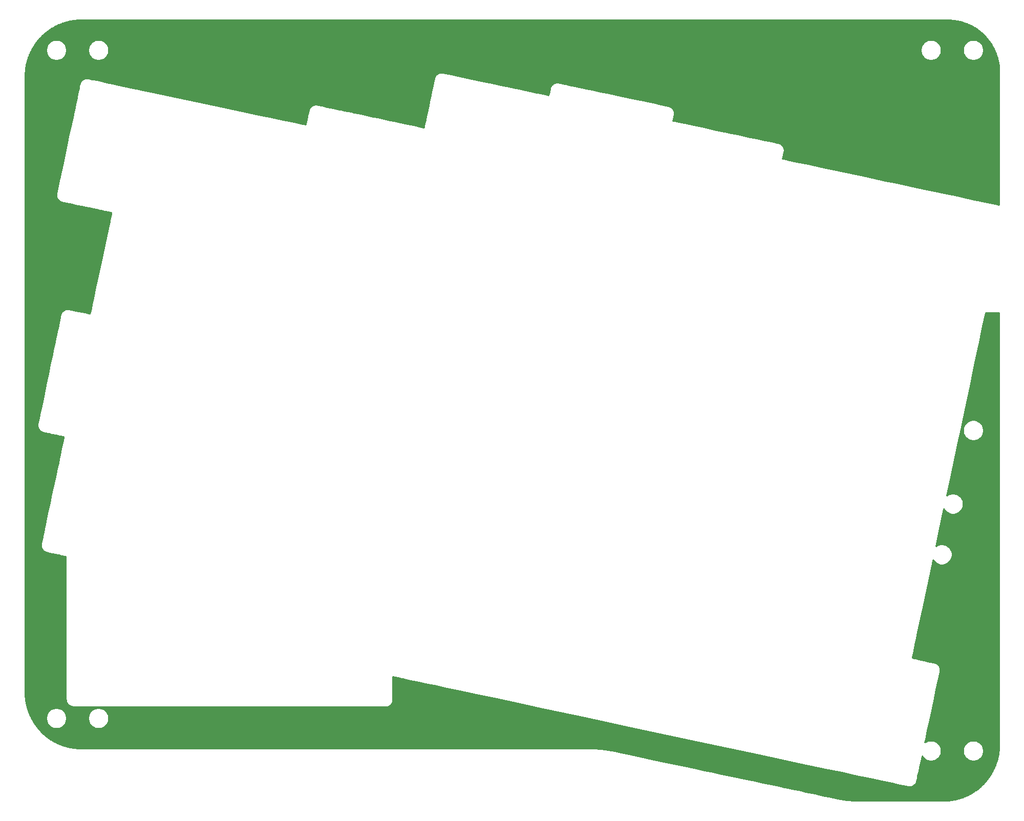
<source format=gbl>
G04 #@! TF.GenerationSoftware,KiCad,Pcbnew,(5.1.5-0-10_14)*
G04 #@! TF.CreationDate,2020-04-19T15:43:16+09:00*
G04 #@! TF.ProjectId,colice_left_topFrame,636f6c69-6365-45f6-9c65-66745f746f70,rev?*
G04 #@! TF.SameCoordinates,Original*
G04 #@! TF.FileFunction,Copper,L2,Bot*
G04 #@! TF.FilePolarity,Positive*
%FSLAX46Y46*%
G04 Gerber Fmt 4.6, Leading zero omitted, Abs format (unit mm)*
G04 Created by KiCad (PCBNEW (5.1.5-0-10_14)) date 2020-04-19 15:43:16*
%MOMM*%
%LPD*%
G04 APERTURE LIST*
%ADD10C,0.254000*%
G04 APERTURE END LIST*
D10*
G36*
X175244076Y-23357668D02*
G01*
X175425999Y-23363661D01*
X175600722Y-23373071D01*
X175775139Y-23386051D01*
X175947309Y-23402394D01*
X176115440Y-23421754D01*
X176286591Y-23444940D01*
X176446797Y-23469848D01*
X176608345Y-23498134D01*
X176762422Y-23528105D01*
X176918463Y-23561467D01*
X177070492Y-23596918D01*
X177217732Y-23634064D01*
X177362651Y-23673361D01*
X177506677Y-23715140D01*
X177653276Y-23760504D01*
X177794928Y-23807095D01*
X177934173Y-23855590D01*
X178073451Y-23906811D01*
X178207787Y-23958839D01*
X178341321Y-24013164D01*
X178476316Y-24070776D01*
X178604147Y-24127883D01*
X178731168Y-24187143D01*
X178857168Y-24248460D01*
X178982269Y-24311897D01*
X179103326Y-24375772D01*
X179226446Y-24443309D01*
X179344856Y-24510777D01*
X179460711Y-24579246D01*
X179577831Y-24650997D01*
X179690926Y-24722778D01*
X179805918Y-24798350D01*
X179916876Y-24873823D01*
X180026035Y-24950601D01*
X180135567Y-25030250D01*
X180243141Y-25111100D01*
X180346888Y-25191629D01*
X180451563Y-25275519D01*
X180553676Y-25360004D01*
X180656496Y-25447822D01*
X180758130Y-25537449D01*
X180855869Y-25626397D01*
X180952445Y-25717059D01*
X181048720Y-25810286D01*
X181097542Y-25858701D01*
X181190466Y-25953046D01*
X181283782Y-26050782D01*
X181373642Y-26147894D01*
X181462459Y-26246919D01*
X181551188Y-26349021D01*
X181640430Y-26455103D01*
X181725087Y-26559051D01*
X181806968Y-26662858D01*
X181890345Y-26772060D01*
X181968686Y-26878090D01*
X182048358Y-26989549D01*
X182126555Y-27102745D01*
X182201520Y-27215053D01*
X182275980Y-27330548D01*
X182347582Y-27445605D01*
X182420388Y-27566937D01*
X182489380Y-27686293D01*
X182556003Y-27805946D01*
X182623419Y-27931828D01*
X182687959Y-28057298D01*
X182749965Y-28182880D01*
X182811396Y-28312676D01*
X182869131Y-28440077D01*
X182928174Y-28576438D01*
X182982199Y-28707252D01*
X183034713Y-28840662D01*
X183086106Y-28978017D01*
X183135160Y-29116305D01*
X183181802Y-29255312D01*
X183227079Y-29398434D01*
X183269815Y-29542258D01*
X183310026Y-29686838D01*
X183349330Y-29838653D01*
X183386373Y-29993486D01*
X183422143Y-30156704D01*
X183453587Y-30314594D01*
X183482784Y-30477393D01*
X183509629Y-30646097D01*
X183532094Y-30807550D01*
X183552551Y-30979235D01*
X183569135Y-31146856D01*
X183583209Y-31326370D01*
X183593333Y-31502569D01*
X183600052Y-31687997D01*
X183602708Y-31870662D01*
X183599299Y-31905271D01*
X183602830Y-31941124D01*
X183602458Y-32486837D01*
X183599857Y-36304512D01*
X183599857Y-36304513D01*
X183598112Y-38869208D01*
X183598112Y-38869245D01*
X183596855Y-40719231D01*
X183595879Y-42154600D01*
X183595879Y-42154601D01*
X183595223Y-43120920D01*
X183594238Y-44572205D01*
X183594238Y-44572207D01*
X183592948Y-46476756D01*
X183592948Y-46476757D01*
X183591714Y-48301056D01*
X183591714Y-48301057D01*
X183590849Y-49581809D01*
X183590849Y-49581810D01*
X183590306Y-50387629D01*
X183590306Y-50387630D01*
X183589796Y-51145700D01*
X183589323Y-51849870D01*
X183589323Y-51849872D01*
X183588892Y-52493989D01*
X183588892Y-52493990D01*
X183588506Y-53071901D01*
X183588506Y-53071904D01*
X183588170Y-53577457D01*
X183588170Y-53577463D01*
X183587963Y-53893218D01*
X183521320Y-53879051D01*
X183521314Y-53879050D01*
X183245924Y-53820508D01*
X183245916Y-53820507D01*
X182939101Y-53755287D01*
X182939023Y-53755270D01*
X182425575Y-53646127D01*
X182425569Y-53646126D01*
X181635714Y-53478231D01*
X181635712Y-53478231D01*
X180739287Y-53287683D01*
X180739258Y-53287677D01*
X179999307Y-53130391D01*
X179999287Y-53130387D01*
X179479199Y-53019838D01*
X178097916Y-52726235D01*
X176259998Y-52335571D01*
X176259996Y-52335571D01*
X174960094Y-52059268D01*
X174959958Y-52059238D01*
X172915015Y-51624574D01*
X170037682Y-51012982D01*
X168182747Y-50618707D01*
X167435306Y-50459835D01*
X167435304Y-50459835D01*
X166310104Y-50220670D01*
X164807375Y-49901259D01*
X163310196Y-49583029D01*
X161090320Y-49111188D01*
X158232822Y-48503819D01*
X158232793Y-48503813D01*
X156209513Y-48073760D01*
X154926805Y-47801118D01*
X154926803Y-47801118D01*
X151972727Y-47173225D01*
X151972698Y-47173219D01*
X149674884Y-46684815D01*
X149674882Y-46684815D01*
X148917316Y-46523794D01*
X148917209Y-46523770D01*
X147987799Y-46326225D01*
X147987750Y-46326214D01*
X147792630Y-46284742D01*
X147831646Y-46101224D01*
X147831648Y-46101216D01*
X147869690Y-45922270D01*
X147869691Y-45922262D01*
X147917697Y-45696448D01*
X147955480Y-45518750D01*
X147996225Y-45327164D01*
X148034011Y-45149581D01*
X148041607Y-45081988D01*
X148049884Y-45014611D01*
X148050014Y-45007179D01*
X148050031Y-45007031D01*
X148050019Y-45006893D01*
X148050064Y-45004351D01*
X148052151Y-44806145D01*
X148047372Y-44751482D01*
X148045116Y-44696665D01*
X148041136Y-44680159D01*
X148039657Y-44663243D01*
X148024352Y-44610554D01*
X148011491Y-44557214D01*
X148008056Y-44547544D01*
X147954333Y-44399593D01*
X147939878Y-44369364D01*
X147928655Y-44337802D01*
X147909016Y-44304824D01*
X147892450Y-44270181D01*
X147872396Y-44243332D01*
X147855258Y-44214554D01*
X147849115Y-44206334D01*
X147762522Y-44092147D01*
X147743067Y-44071119D01*
X147726217Y-44047956D01*
X147694472Y-44018594D01*
X147665105Y-43986853D01*
X147641940Y-43970007D01*
X147620908Y-43950554D01*
X147612687Y-43944412D01*
X147497346Y-43859481D01*
X147473244Y-43845133D01*
X147451028Y-43828024D01*
X147411764Y-43808533D01*
X147374088Y-43786104D01*
X147347660Y-43776711D01*
X147322541Y-43764242D01*
X147312923Y-43760665D01*
X147181257Y-43712742D01*
X147136514Y-43701254D01*
X147092684Y-43686675D01*
X147082662Y-43684472D01*
X146882743Y-43641984D01*
X146882740Y-43641984D01*
X146567934Y-43575077D01*
X146567876Y-43575064D01*
X146299543Y-43518034D01*
X146299539Y-43518034D01*
X145897602Y-43432606D01*
X145897603Y-43432606D01*
X145450958Y-43337674D01*
X145450900Y-43337661D01*
X144963007Y-43233960D01*
X144963005Y-43233960D01*
X144437511Y-43122267D01*
X144437505Y-43122266D01*
X143878086Y-43003361D01*
X143877999Y-43003342D01*
X142985961Y-42813736D01*
X142985903Y-42813723D01*
X142031134Y-42610781D01*
X142031132Y-42610781D01*
X141371342Y-42470540D01*
X141371336Y-42470539D01*
X140353904Y-42254277D01*
X139309608Y-42032304D01*
X139309606Y-42032304D01*
X138606843Y-41882926D01*
X136845485Y-41508537D01*
X136845456Y-41508531D01*
X134803491Y-41074496D01*
X134803413Y-41074479D01*
X133523226Y-40802369D01*
X133523222Y-40802369D01*
X132343310Y-40551575D01*
X131546159Y-40382139D01*
X131546110Y-40382128D01*
X131058218Y-40278428D01*
X131058212Y-40278427D01*
X130611612Y-40183505D01*
X130611505Y-40183482D01*
X130209577Y-40098055D01*
X130209557Y-40098051D01*
X129941224Y-40041021D01*
X129941223Y-40041021D01*
X129941219Y-40041020D01*
X129656233Y-39980453D01*
X129680495Y-39866381D01*
X129680495Y-39866379D01*
X129680513Y-39866298D01*
X129725984Y-39652397D01*
X129725984Y-39652396D01*
X129725990Y-39652369D01*
X129775879Y-39417640D01*
X129812257Y-39246520D01*
X129848628Y-39075539D01*
X129848628Y-39075535D01*
X129861286Y-39016083D01*
X129868891Y-38948481D01*
X129877177Y-38881036D01*
X129877306Y-38873687D01*
X129877323Y-38873535D01*
X129877311Y-38873393D01*
X129877357Y-38870776D01*
X129879444Y-38672722D01*
X129874696Y-38618411D01*
X129872507Y-38563942D01*
X129868461Y-38547089D01*
X129866951Y-38529820D01*
X129851744Y-38477463D01*
X129839018Y-38424460D01*
X129835592Y-38414786D01*
X129782413Y-38267888D01*
X129768227Y-38238148D01*
X129757267Y-38207081D01*
X129737423Y-38173570D01*
X129720655Y-38138417D01*
X129700964Y-38112000D01*
X129684177Y-38083652D01*
X129678054Y-38075416D01*
X129591988Y-37961336D01*
X129572519Y-37940187D01*
X129555667Y-37916913D01*
X129524061Y-37887550D01*
X129494833Y-37855800D01*
X129471629Y-37838837D01*
X129450575Y-37819277D01*
X129442368Y-37813116D01*
X129326636Y-37727499D01*
X129302108Y-37712823D01*
X129279474Y-37695365D01*
X129240701Y-37676081D01*
X129203541Y-37653847D01*
X129176628Y-37644214D01*
X129151036Y-37631486D01*
X129141420Y-37627901D01*
X129009075Y-37579617D01*
X128964073Y-37568026D01*
X128919990Y-37553362D01*
X128909967Y-37551158D01*
X128552641Y-37475212D01*
X128552635Y-37475211D01*
X128385296Y-37439646D01*
X128385152Y-37439614D01*
X128110876Y-37381319D01*
X128110868Y-37381318D01*
X127699482Y-37293880D01*
X127699476Y-37293879D01*
X127241777Y-37196597D01*
X127241773Y-37196597D01*
X126741572Y-37090279D01*
X126741465Y-37090255D01*
X125923381Y-36916372D01*
X124711602Y-36658806D01*
X124711573Y-36658800D01*
X123396024Y-36379176D01*
X121296730Y-35932964D01*
X119123330Y-35471000D01*
X119123328Y-35471000D01*
X117689212Y-35166175D01*
X117689210Y-35166175D01*
X116299548Y-34870801D01*
X115307420Y-34659924D01*
X115307313Y-34659900D01*
X114673611Y-34525207D01*
X114673607Y-34525207D01*
X114067693Y-34396421D01*
X114067691Y-34396421D01*
X113493266Y-34274329D01*
X113493264Y-34274329D01*
X112954079Y-34159728D01*
X112954030Y-34159717D01*
X112453700Y-34053377D01*
X112453696Y-34053377D01*
X111996003Y-33956099D01*
X111995974Y-33956093D01*
X111684463Y-33889885D01*
X111684393Y-33889870D01*
X111490959Y-33848760D01*
X111490951Y-33848759D01*
X111310260Y-33810356D01*
X111310252Y-33810355D01*
X111142771Y-33774762D01*
X111142750Y-33774757D01*
X110915555Y-33726475D01*
X110915457Y-33726453D01*
X110785391Y-33698813D01*
X110717998Y-33691257D01*
X110650785Y-33682984D01*
X110642976Y-33682845D01*
X110642838Y-33682830D01*
X110642710Y-33682841D01*
X110640525Y-33682802D01*
X110442471Y-33680669D01*
X110388232Y-33685398D01*
X110333854Y-33687558D01*
X110316923Y-33691615D01*
X110299567Y-33693128D01*
X110247282Y-33708301D01*
X110194356Y-33720983D01*
X110184681Y-33724404D01*
X110037784Y-33777507D01*
X110007833Y-33791777D01*
X109976557Y-33802816D01*
X109943242Y-33822551D01*
X109908284Y-33839206D01*
X109881681Y-33859017D01*
X109853138Y-33875925D01*
X109844904Y-33882049D01*
X109730425Y-33968445D01*
X109709235Y-33987958D01*
X109685912Y-34004857D01*
X109656601Y-34036427D01*
X109624904Y-34065616D01*
X109607906Y-34088875D01*
X109588311Y-34109981D01*
X109582153Y-34118190D01*
X109496934Y-34233462D01*
X109482330Y-34257888D01*
X109464957Y-34280410D01*
X109445618Y-34319289D01*
X109423322Y-34356581D01*
X109413740Y-34383379D01*
X109401073Y-34408846D01*
X109397488Y-34418462D01*
X109349203Y-34550793D01*
X109337610Y-34595795D01*
X109322946Y-34639873D01*
X109320742Y-34649896D01*
X109270892Y-34884393D01*
X109234986Y-35053276D01*
X109234985Y-35053282D01*
X109188556Y-35271656D01*
X109132623Y-35534730D01*
X109132614Y-35534771D01*
X109087492Y-35747008D01*
X109087487Y-35747031D01*
X109086475Y-35751791D01*
X108886597Y-35709307D01*
X108886539Y-35709294D01*
X108532588Y-35634060D01*
X108532586Y-35634060D01*
X108130222Y-35548536D01*
X108130221Y-35548536D01*
X107683120Y-35453501D01*
X107683033Y-35453482D01*
X107319185Y-35376141D01*
X107319165Y-35376137D01*
X107065428Y-35322204D01*
X107065312Y-35322179D01*
X106396518Y-35180019D01*
X106396489Y-35180013D01*
X105215196Y-34928915D01*
X105215188Y-34928914D01*
X104259293Y-34725725D01*
X104259283Y-34725724D01*
X103598715Y-34585311D01*
X102580085Y-34368787D01*
X102580056Y-34368781D01*
X101183590Y-34071941D01*
X99772781Y-33772052D01*
X98376321Y-33475212D01*
X96360537Y-33046725D01*
X92931498Y-32317826D01*
X91640113Y-32043321D01*
X91572647Y-32035753D01*
X91505309Y-32027479D01*
X91497698Y-32027345D01*
X91497560Y-32027330D01*
X91497431Y-32027341D01*
X91495048Y-32027299D01*
X91296841Y-32025207D01*
X91242308Y-32029973D01*
X91187629Y-32032202D01*
X91170993Y-32036206D01*
X91153939Y-32037697D01*
X91101370Y-32052965D01*
X91048166Y-32065772D01*
X91038494Y-32069203D01*
X90890871Y-32122741D01*
X90860877Y-32137069D01*
X90829553Y-32148168D01*
X90796323Y-32167907D01*
X90761435Y-32184573D01*
X90734794Y-32204456D01*
X90706223Y-32221427D01*
X90697996Y-32227561D01*
X90584011Y-32313800D01*
X90562965Y-32333228D01*
X90539789Y-32350047D01*
X90510388Y-32381762D01*
X90478608Y-32411099D01*
X90461738Y-32434242D01*
X90442268Y-32455245D01*
X90436116Y-32463459D01*
X90350838Y-32578996D01*
X90336319Y-32603321D01*
X90319031Y-32625753D01*
X90299649Y-32664760D01*
X90277320Y-32702171D01*
X90267803Y-32728851D01*
X90255200Y-32754216D01*
X90251619Y-32763834D01*
X90203514Y-32895846D01*
X90191976Y-32940712D01*
X90177358Y-32984657D01*
X90175154Y-32994680D01*
X90105315Y-33323258D01*
X90105291Y-33323365D01*
X89916146Y-34213253D01*
X89683391Y-35308313D01*
X89490305Y-36216733D01*
X89490288Y-36216811D01*
X89357557Y-36841284D01*
X89223735Y-37470890D01*
X89124056Y-37939861D01*
X89124050Y-37939890D01*
X89074735Y-38171906D01*
X89074734Y-38171911D01*
X88961565Y-38704364D01*
X88961541Y-38704471D01*
X88837532Y-39287926D01*
X88837532Y-39287927D01*
X88721154Y-39835483D01*
X88721154Y-39835484D01*
X88640558Y-40214690D01*
X88640547Y-40214739D01*
X88590126Y-40451976D01*
X88590125Y-40451981D01*
X88520014Y-40781872D01*
X88520014Y-40781873D01*
X88458767Y-41070059D01*
X88458758Y-41070100D01*
X88455014Y-41087717D01*
X88417700Y-41079786D01*
X87704839Y-40928272D01*
X87704833Y-40928271D01*
X86803462Y-40736689D01*
X86803433Y-40736683D01*
X85742512Y-40511188D01*
X85742483Y-40511182D01*
X84551028Y-40257941D01*
X84550999Y-40257935D01*
X83586785Y-40052993D01*
X83586678Y-40052969D01*
X82920229Y-39911317D01*
X82920223Y-39911316D01*
X82237496Y-39766202D01*
X82237467Y-39766196D01*
X81542041Y-39618381D01*
X81542012Y-39618375D01*
X80837491Y-39468627D01*
X80837487Y-39468627D01*
X80127590Y-39317737D01*
X80127532Y-39317724D01*
X79059873Y-39090788D01*
X79059865Y-39090787D01*
X77650831Y-38791287D01*
X77650825Y-38791286D01*
X76878079Y-38627033D01*
X76877965Y-38627008D01*
X76708207Y-38590924D01*
X76708201Y-38590923D01*
X76455333Y-38537172D01*
X76455313Y-38537168D01*
X75956610Y-38431164D01*
X75956606Y-38431164D01*
X75310137Y-38293747D01*
X75310108Y-38293741D01*
X74841317Y-38194093D01*
X74536539Y-38129308D01*
X74536425Y-38129283D01*
X74091431Y-38034691D01*
X74091427Y-38034691D01*
X73526541Y-37914611D01*
X73526512Y-37914605D01*
X72996037Y-37801840D01*
X72996036Y-37801840D01*
X72503668Y-37697172D01*
X72503639Y-37697166D01*
X72162892Y-37624729D01*
X72162889Y-37624729D01*
X71897243Y-37568254D01*
X71897237Y-37568253D01*
X71647597Y-37515180D01*
X71647568Y-37515174D01*
X71377073Y-37457667D01*
X71377072Y-37457667D01*
X71211904Y-37422550D01*
X71211789Y-37422525D01*
X70921761Y-37360860D01*
X70921760Y-37360860D01*
X70858644Y-37347440D01*
X70791136Y-37339863D01*
X70723802Y-37331590D01*
X70716237Y-37331457D01*
X70716092Y-37331441D01*
X70715957Y-37331452D01*
X70713542Y-37331410D01*
X70515376Y-37329318D01*
X70461050Y-37334066D01*
X70406591Y-37336254D01*
X70389744Y-37340299D01*
X70372474Y-37341808D01*
X70320114Y-37357015D01*
X70267107Y-37369741D01*
X70257434Y-37373167D01*
X70110539Y-37426343D01*
X70080299Y-37440767D01*
X70048738Y-37451954D01*
X70015734Y-37471564D01*
X69981067Y-37488099D01*
X69954210Y-37508118D01*
X69925416Y-37525226D01*
X69917190Y-37531361D01*
X69802223Y-37618365D01*
X69780872Y-37638079D01*
X69757374Y-37655177D01*
X69728298Y-37686622D01*
X69696831Y-37715676D01*
X69679715Y-37739163D01*
X69659986Y-37760499D01*
X69653844Y-37768720D01*
X69568838Y-37884195D01*
X69554487Y-37908308D01*
X69537372Y-37930540D01*
X69517892Y-37969797D01*
X69495476Y-38007463D01*
X69486082Y-38033906D01*
X69473611Y-38059038D01*
X69470035Y-38068657D01*
X69422134Y-38200330D01*
X69410700Y-38244892D01*
X69396167Y-38288533D01*
X69393960Y-38298555D01*
X69354558Y-38483632D01*
X69354540Y-38483716D01*
X69310994Y-38688375D01*
X69310993Y-38688382D01*
X69310984Y-38688424D01*
X69259736Y-38929363D01*
X69259729Y-38929396D01*
X69219390Y-39119089D01*
X69219383Y-39119122D01*
X69168651Y-39357740D01*
X69168646Y-39357763D01*
X69103054Y-39666323D01*
X69103047Y-39666355D01*
X69065674Y-39842182D01*
X69065674Y-39842185D01*
X69028815Y-40015596D01*
X69028797Y-40015678D01*
X68992760Y-40185241D01*
X68940784Y-40429801D01*
X68898760Y-40627533D01*
X68547914Y-40552954D01*
X68547913Y-40552954D01*
X68547909Y-40552953D01*
X68332093Y-40507079D01*
X68332015Y-40507062D01*
X67767070Y-40386977D01*
X67767068Y-40386977D01*
X67005067Y-40225006D01*
X67005063Y-40225006D01*
X66133479Y-40039745D01*
X66133372Y-40039721D01*
X65160767Y-39832988D01*
X65160765Y-39832988D01*
X64096020Y-39606671D01*
X64096018Y-39606671D01*
X62947910Y-39362636D01*
X62947908Y-39362636D01*
X61096312Y-38969073D01*
X61096310Y-38969073D01*
X58405208Y-38397073D01*
X58405206Y-38397073D01*
X54070199Y-37475660D01*
X54070197Y-37475660D01*
X48056180Y-36197374D01*
X43721171Y-35275960D01*
X42022778Y-34914963D01*
X41363715Y-34774877D01*
X41363713Y-34774877D01*
X40401200Y-34570292D01*
X40401171Y-34570286D01*
X39178472Y-34310397D01*
X38030391Y-34066368D01*
X38030362Y-34066362D01*
X36965617Y-33840045D01*
X35993012Y-33633312D01*
X35993002Y-33633311D01*
X35121380Y-33448042D01*
X35121322Y-33448029D01*
X34359380Y-33286071D01*
X34359322Y-33286058D01*
X33868991Y-33181832D01*
X33578484Y-33120081D01*
X33578476Y-33120080D01*
X33320336Y-33065208D01*
X33320329Y-33065207D01*
X33123304Y-33023325D01*
X33123206Y-33023304D01*
X32997649Y-32996615D01*
X32930167Y-32989046D01*
X32862868Y-32980775D01*
X32855233Y-32980640D01*
X32855096Y-32980625D01*
X32854969Y-32980636D01*
X32852607Y-32980594D01*
X32654553Y-32978498D01*
X32600271Y-32983241D01*
X32545841Y-32985421D01*
X32528954Y-32989473D01*
X32511651Y-32990985D01*
X32459328Y-33006180D01*
X32406354Y-33018891D01*
X32396679Y-33022315D01*
X32249782Y-33075471D01*
X32219888Y-33089725D01*
X32188672Y-33100749D01*
X32155313Y-33120517D01*
X32120302Y-33137211D01*
X32093749Y-33156998D01*
X32065265Y-33173877D01*
X32057032Y-33180002D01*
X31942552Y-33266426D01*
X31921431Y-33285882D01*
X31898184Y-33302722D01*
X31868808Y-33334356D01*
X31837047Y-33363613D01*
X31820109Y-33386798D01*
X31800573Y-33407836D01*
X31794414Y-33416045D01*
X31709194Y-33531295D01*
X31694611Y-33555680D01*
X31677265Y-33578157D01*
X31657894Y-33617078D01*
X31635571Y-33654407D01*
X31626005Y-33681152D01*
X31613351Y-33706578D01*
X31609764Y-33716193D01*
X31561480Y-33848430D01*
X31549849Y-33893537D01*
X31535155Y-33937716D01*
X31532951Y-33947739D01*
X31457180Y-34304291D01*
X31457165Y-34304357D01*
X31421650Y-34471471D01*
X31383340Y-34651733D01*
X31342338Y-34844655D01*
X31342332Y-34844684D01*
X31276287Y-35155437D01*
X31276285Y-35155446D01*
X31179272Y-35611896D01*
X31179264Y-35611933D01*
X31113659Y-35920596D01*
X31045156Y-36242896D01*
X31045137Y-36242982D01*
X30958933Y-36648555D01*
X30958932Y-36648563D01*
X30837196Y-37221303D01*
X30708801Y-37825365D01*
X30708788Y-37825423D01*
X30574495Y-38457226D01*
X30574494Y-38457234D01*
X30364235Y-39446421D01*
X30364229Y-39446450D01*
X30069757Y-40831822D01*
X30069751Y-40831851D01*
X29765862Y-42261513D01*
X29765856Y-42261542D01*
X29305306Y-44428223D01*
X29305306Y-44428224D01*
X28860448Y-46521088D01*
X28860448Y-46521090D01*
X28684735Y-47347750D01*
X28616274Y-47669833D01*
X28616263Y-47669882D01*
X28515887Y-48142121D01*
X28515887Y-48142122D01*
X28387479Y-48746245D01*
X28265750Y-49318949D01*
X28265739Y-49318998D01*
X28151454Y-49856686D01*
X28151453Y-49856691D01*
X28045408Y-50355627D01*
X28045408Y-50355629D01*
X27948399Y-50812062D01*
X27948386Y-50812120D01*
X27882336Y-51122885D01*
X27882334Y-51122897D01*
X27841333Y-51315820D01*
X27841327Y-51315849D01*
X27803029Y-51496052D01*
X27803014Y-51496122D01*
X27767499Y-51663240D01*
X27767498Y-51663247D01*
X27767498Y-51663248D01*
X27719315Y-51889988D01*
X27719300Y-51890057D01*
X27691713Y-52019883D01*
X27684152Y-52087329D01*
X27675883Y-52154615D01*
X27675747Y-52162299D01*
X27675732Y-52162437D01*
X27675743Y-52162565D01*
X27675702Y-52164876D01*
X27673606Y-52362925D01*
X27678349Y-52417206D01*
X27680529Y-52471638D01*
X27684581Y-52488526D01*
X27686093Y-52505827D01*
X27701286Y-52558145D01*
X27713999Y-52611125D01*
X27717423Y-52620799D01*
X27770578Y-52767694D01*
X27784746Y-52797407D01*
X27795684Y-52828435D01*
X27815535Y-52861976D01*
X27832318Y-52897174D01*
X27851986Y-52923567D01*
X27868744Y-52951883D01*
X27874865Y-52960120D01*
X27960888Y-53074200D01*
X27980526Y-53095542D01*
X27997537Y-53119014D01*
X28028971Y-53148191D01*
X28058018Y-53179759D01*
X28081422Y-53196877D01*
X28102673Y-53216602D01*
X28110883Y-53222759D01*
X28227212Y-53308736D01*
X28251745Y-53323400D01*
X28274379Y-53340842D01*
X28313162Y-53360110D01*
X28350340Y-53382332D01*
X28377250Y-53391950D01*
X28402845Y-53404666D01*
X28412463Y-53408246D01*
X28544022Y-53456178D01*
X28588891Y-53467714D01*
X28632851Y-53482334D01*
X28642874Y-53484537D01*
X28847371Y-53527987D01*
X28847373Y-53527987D01*
X29081261Y-53577688D01*
X29343400Y-53633397D01*
X29343495Y-53633418D01*
X29512070Y-53669245D01*
X29750391Y-53719895D01*
X29750400Y-53719896D01*
X30002143Y-53773401D01*
X30002259Y-53773426D01*
X30266368Y-53829560D01*
X30266397Y-53829566D01*
X30541480Y-53888034D01*
X30541509Y-53888040D01*
X30826303Y-53948572D01*
X30826307Y-53948572D01*
X31268015Y-54042458D01*
X31268016Y-54042458D01*
X31880201Y-54172583D01*
X31880207Y-54172584D01*
X32507880Y-54306001D01*
X32507882Y-54306001D01*
X33140620Y-54440494D01*
X33140727Y-54440518D01*
X33768408Y-54573935D01*
X33768416Y-54573936D01*
X34380520Y-54704043D01*
X34380598Y-54704060D01*
X34822266Y-54797938D01*
X34822315Y-54797949D01*
X35107110Y-54858482D01*
X35107116Y-54858483D01*
X35382210Y-54916953D01*
X35382230Y-54916957D01*
X35646354Y-54973094D01*
X35646374Y-54973098D01*
X35898250Y-55026630D01*
X35898254Y-55026630D01*
X36136469Y-55077258D01*
X36136576Y-55077282D01*
X36360052Y-55124777D01*
X36360059Y-55124778D01*
X36360060Y-55124778D01*
X36567399Y-55168841D01*
X36567401Y-55168841D01*
X36567409Y-55168843D01*
X36775819Y-55213131D01*
X36735263Y-55403925D01*
X36735254Y-55403966D01*
X36661908Y-55749034D01*
X36661908Y-55749035D01*
X36578679Y-56140600D01*
X36578673Y-56140629D01*
X36509929Y-56464048D01*
X36461593Y-56691448D01*
X36461578Y-56691518D01*
X36385464Y-57049621D01*
X36385463Y-57049629D01*
X36220873Y-57823987D01*
X36220872Y-57823997D01*
X35977495Y-58969030D01*
X35977489Y-58969059D01*
X35713592Y-60210634D01*
X35713592Y-60210636D01*
X35292852Y-62190151D01*
X35292846Y-62190180D01*
X34712314Y-64921478D01*
X34155229Y-67542459D01*
X34155223Y-67542488D01*
X33784287Y-69287669D01*
X33784286Y-69287677D01*
X33567274Y-70308667D01*
X33426503Y-70970962D01*
X33426490Y-70971020D01*
X33343256Y-71362612D01*
X33269909Y-71707680D01*
X33269909Y-71707681D01*
X33229407Y-71898227D01*
X33186551Y-71889116D01*
X33186548Y-71889116D01*
X33186536Y-71889113D01*
X32980480Y-71845313D01*
X32980381Y-71845291D01*
X32758513Y-71798132D01*
X32758512Y-71798132D01*
X32758508Y-71798131D01*
X32403555Y-71722686D01*
X32403550Y-71722685D01*
X32403548Y-71722685D01*
X31899762Y-71615611D01*
X31899758Y-71615611D01*
X31384567Y-71506113D01*
X31384489Y-71506096D01*
X30880579Y-71398997D01*
X30880575Y-71398997D01*
X30525449Y-71323518D01*
X30525450Y-71323518D01*
X30303431Y-71276329D01*
X30303428Y-71276329D01*
X30048911Y-71222229D01*
X30048910Y-71222229D01*
X29824225Y-71174469D01*
X29755902Y-71166805D01*
X29687732Y-71158588D01*
X29681852Y-71158498D01*
X29681673Y-71158478D01*
X29681499Y-71158493D01*
X29677471Y-71158431D01*
X29477920Y-71156784D01*
X29423686Y-71161650D01*
X29369292Y-71163950D01*
X29352381Y-71168048D01*
X29335047Y-71169603D01*
X29282799Y-71184909D01*
X29229879Y-71197732D01*
X29220213Y-71201178D01*
X29073239Y-71254734D01*
X29014172Y-71283061D01*
X28954633Y-71310380D01*
X28945804Y-71315611D01*
X28915561Y-71333817D01*
X28867087Y-71369879D01*
X28817559Y-71404396D01*
X28809799Y-71411111D01*
X28702762Y-71505055D01*
X28682630Y-71526548D01*
X28660160Y-71545575D01*
X28633717Y-71578768D01*
X28604699Y-71609747D01*
X28589125Y-71634741D01*
X28570778Y-71657771D01*
X28565257Y-71666422D01*
X28487803Y-71789691D01*
X28481058Y-71803195D01*
X28472318Y-71815494D01*
X28449063Y-71867244D01*
X28423701Y-71918018D01*
X28419708Y-71932572D01*
X28413522Y-71946338D01*
X28410317Y-71956087D01*
X28378380Y-72055580D01*
X28371354Y-72088082D01*
X28360961Y-72119660D01*
X28358788Y-72129690D01*
X28316349Y-72332506D01*
X28316347Y-72332518D01*
X28275765Y-72526477D01*
X28275744Y-72526572D01*
X28211796Y-72832229D01*
X28171543Y-73024624D01*
X28171541Y-73024636D01*
X28106736Y-73334406D01*
X28106730Y-73334434D01*
X28011571Y-73789294D01*
X28011554Y-73789373D01*
X27907557Y-74286487D01*
X27907557Y-74286490D01*
X27795523Y-74822035D01*
X27795506Y-74822114D01*
X27676170Y-75392573D01*
X27676170Y-75392575D01*
X27550316Y-75994201D01*
X27418710Y-76623325D01*
X27418710Y-76623326D01*
X27282119Y-77276279D01*
X27282119Y-77276282D01*
X27141314Y-77949395D01*
X26997060Y-78638998D01*
X26850140Y-79341344D01*
X26850123Y-79341423D01*
X26626469Y-80410613D01*
X26626469Y-80410614D01*
X26325723Y-81848345D01*
X26325723Y-81848347D01*
X26028069Y-83271307D01*
X26028069Y-83271308D01*
X25739648Y-84650142D01*
X25466599Y-85955490D01*
X25466599Y-85955491D01*
X25215063Y-87158000D01*
X24991196Y-88228235D01*
X24991179Y-88228314D01*
X24715263Y-89547395D01*
X24594801Y-90123293D01*
X24587430Y-90190989D01*
X24579389Y-90258536D01*
X24579290Y-90265741D01*
X24579273Y-90265897D01*
X24579286Y-90266044D01*
X24579248Y-90268797D01*
X24577898Y-90468021D01*
X24582885Y-90522693D01*
X24585351Y-90577520D01*
X24589387Y-90593984D01*
X24590928Y-90610874D01*
X24606440Y-90663538D01*
X24619508Y-90716841D01*
X24622980Y-90726499D01*
X24676756Y-90872852D01*
X24691046Y-90902445D01*
X24702117Y-90933377D01*
X24722157Y-90966871D01*
X24739133Y-91002026D01*
X24758898Y-91028278D01*
X24775767Y-91056473D01*
X24781927Y-91064681D01*
X24868473Y-91178319D01*
X24887914Y-91199246D01*
X24904755Y-91222307D01*
X24936615Y-91251666D01*
X24966107Y-91283412D01*
X24989239Y-91300161D01*
X25010242Y-91319516D01*
X25018474Y-91325643D01*
X25134233Y-91410556D01*
X25158023Y-91424660D01*
X25179950Y-91441519D01*
X25219583Y-91461155D01*
X25257625Y-91483708D01*
X25283701Y-91492922D01*
X25308486Y-91505202D01*
X25318108Y-91508772D01*
X25448876Y-91556254D01*
X25493394Y-91567648D01*
X25536990Y-91582144D01*
X25547013Y-91584346D01*
X25768289Y-91631348D01*
X25768290Y-91631348D01*
X25966843Y-91673530D01*
X25966909Y-91673545D01*
X26181586Y-91719155D01*
X26467958Y-91780003D01*
X26467963Y-91780004D01*
X26708604Y-91831137D01*
X26708621Y-91831141D01*
X26956242Y-91883762D01*
X26956279Y-91883770D01*
X27208139Y-91937294D01*
X27208144Y-91937295D01*
X27461401Y-91991118D01*
X27461404Y-91991118D01*
X27713193Y-92044633D01*
X27713280Y-92044652D01*
X27899422Y-92084215D01*
X27899426Y-92084215D01*
X28201763Y-92148482D01*
X28201766Y-92148482D01*
X28432720Y-92197578D01*
X28432774Y-92197590D01*
X28703125Y-92255067D01*
X28703127Y-92255067D01*
X28893557Y-92295558D01*
X28850235Y-92499420D01*
X28850222Y-92499478D01*
X28793899Y-92764512D01*
X28753234Y-92955858D01*
X28753234Y-92955859D01*
X28698731Y-93212324D01*
X28616240Y-93600474D01*
X28616232Y-93600511D01*
X28565882Y-93837417D01*
X28486562Y-94210630D01*
X28486556Y-94210659D01*
X28373370Y-94743214D01*
X28373364Y-94743243D01*
X28252813Y-95310452D01*
X28125687Y-95908583D01*
X28125674Y-95908641D01*
X27992724Y-96534166D01*
X27784583Y-97513460D01*
X27784582Y-97513466D01*
X27493127Y-98884728D01*
X27493114Y-98884786D01*
X27192359Y-100299793D01*
X27192346Y-100299851D01*
X26888489Y-101729437D01*
X26888476Y-101729495D01*
X26587714Y-103144501D01*
X26587701Y-103144559D01*
X26296219Y-104515890D01*
X26296218Y-104515896D01*
X26020229Y-105814322D01*
X26020228Y-105814328D01*
X25827960Y-106718866D01*
X25827954Y-106718895D01*
X25752055Y-107075964D01*
X25752055Y-107075965D01*
X25678615Y-107421470D01*
X25678602Y-107421528D01*
X25539513Y-108075869D01*
X25539512Y-108075877D01*
X25416404Y-108655033D01*
X25370709Y-108869996D01*
X25370692Y-108870074D01*
X25306460Y-109172243D01*
X25306459Y-109172249D01*
X25230450Y-109529820D01*
X25230437Y-109529877D01*
X25165646Y-109834665D01*
X25165646Y-109834666D01*
X25138222Y-109963676D01*
X25130574Y-110031850D01*
X25122348Y-110099823D01*
X25122250Y-110106053D01*
X25122230Y-110106228D01*
X25122244Y-110106392D01*
X25122186Y-110110084D01*
X25120449Y-110308976D01*
X25125274Y-110363047D01*
X25127516Y-110417269D01*
X25131638Y-110434349D01*
X25133200Y-110451855D01*
X25148433Y-110503948D01*
X25161166Y-110556713D01*
X25164603Y-110566383D01*
X25218048Y-110713485D01*
X25246233Y-110772400D01*
X25273346Y-110831737D01*
X25278563Y-110840575D01*
X25296705Y-110870820D01*
X25332931Y-110919676D01*
X25367661Y-110969560D01*
X25374372Y-110977323D01*
X25468919Y-111085147D01*
X25490479Y-111105361D01*
X25509576Y-111127921D01*
X25542685Y-111154306D01*
X25573566Y-111183259D01*
X25598644Y-111198901D01*
X25621757Y-111217321D01*
X25630407Y-111222843D01*
X25753454Y-111300187D01*
X25766601Y-111306757D01*
X25778567Y-111315282D01*
X25830652Y-111338765D01*
X25881771Y-111364310D01*
X25895941Y-111368200D01*
X25909337Y-111374240D01*
X25919082Y-111377457D01*
X26016874Y-111408983D01*
X26048652Y-111415893D01*
X26079501Y-111426158D01*
X26089523Y-111428363D01*
X26347927Y-111483309D01*
X26347939Y-111483311D01*
X26593040Y-111535424D01*
X26593054Y-111535427D01*
X26968395Y-111615224D01*
X26968513Y-111615250D01*
X27195843Y-111663576D01*
X27195863Y-111663580D01*
X27370409Y-111700685D01*
X27370470Y-111700698D01*
X27576593Y-111744512D01*
X27576613Y-111744516D01*
X27843071Y-111801153D01*
X27843078Y-111801154D01*
X27843088Y-111801156D01*
X28078432Y-111851174D01*
X28078501Y-111851189D01*
X28309774Y-111900339D01*
X28309779Y-111900340D01*
X28309790Y-111900342D01*
X28534253Y-111948040D01*
X28534285Y-111948047D01*
X28749324Y-111993738D01*
X28749331Y-111993739D01*
X28749350Y-111993743D01*
X28952287Y-112036856D01*
X28952292Y-112036857D01*
X28952303Y-112036859D01*
X29140485Y-112076832D01*
X29140491Y-112076833D01*
X29140520Y-112076839D01*
X29240003Y-112097966D01*
X29240074Y-112209286D01*
X29240624Y-113079037D01*
X29241757Y-114871657D01*
X29243232Y-117208450D01*
X29243232Y-117208451D01*
X29244330Y-118948880D01*
X29244330Y-118948881D01*
X29246096Y-121747719D01*
X29247937Y-124662441D01*
X29249154Y-126588288D01*
X29249154Y-126588289D01*
X29250334Y-128453417D01*
X29250334Y-128453418D01*
X29251452Y-130215001D01*
X29251452Y-130215002D01*
X29252228Y-131436892D01*
X29252712Y-132199870D01*
X29252712Y-132199873D01*
X29253167Y-132912874D01*
X29253167Y-132912876D01*
X29253588Y-133570545D01*
X29253877Y-134022243D01*
X29253877Y-134022244D01*
X29254058Y-134304562D01*
X29254058Y-134304565D01*
X29254312Y-134698479D01*
X29254312Y-134698482D01*
X29254610Y-135158037D01*
X29254610Y-135158038D01*
X29254800Y-135450107D01*
X29254800Y-135450118D01*
X29254965Y-135698276D01*
X29260749Y-135756864D01*
X29264467Y-135815587D01*
X29266182Y-135825705D01*
X29296455Y-135996995D01*
X29307892Y-136037897D01*
X29316022Y-136079561D01*
X29327157Y-136106792D01*
X29335085Y-136135143D01*
X29354248Y-136173041D01*
X29370316Y-136212336D01*
X29375172Y-136221376D01*
X29446238Y-136351500D01*
X29463002Y-136376129D01*
X29476836Y-136402503D01*
X29503258Y-136435273D01*
X29526952Y-136470084D01*
X29548180Y-136490988D01*
X29566874Y-136514173D01*
X29574115Y-136521446D01*
X29674919Y-136621274D01*
X29698061Y-136640095D01*
X29718896Y-136661429D01*
X29753571Y-136685240D01*
X29786207Y-136711783D01*
X29812561Y-136725750D01*
X29837146Y-136742632D01*
X29846166Y-136747526D01*
X29976879Y-136817255D01*
X30014470Y-136832809D01*
X30050586Y-136851481D01*
X30080570Y-136860158D01*
X30109428Y-136872098D01*
X30149320Y-136880053D01*
X30188379Y-136891356D01*
X30198481Y-136893163D01*
X30364895Y-136921727D01*
X30421519Y-136925825D01*
X30477936Y-136932234D01*
X30488198Y-136932320D01*
X30899398Y-136932900D01*
X31151044Y-136933255D01*
X31151046Y-136933255D01*
X31628134Y-136933927D01*
X31628137Y-136933927D01*
X32294851Y-136934864D01*
X32294853Y-136934864D01*
X33348761Y-136936343D01*
X33348762Y-136936343D01*
X34569855Y-136938055D01*
X34569856Y-136938055D01*
X35944765Y-136939981D01*
X35944767Y-136939981D01*
X37072917Y-136941559D01*
X37863195Y-136942665D01*
X39102532Y-136944399D01*
X39102533Y-136944399D01*
X40858645Y-136946854D01*
X42715078Y-136949449D01*
X45650217Y-136953552D01*
X49804536Y-136959357D01*
X54119429Y-136965385D01*
X60672175Y-136974538D01*
X66957700Y-136983318D01*
X70845041Y-136988750D01*
X73506524Y-136992470D01*
X75149373Y-136994768D01*
X76665202Y-136996889D01*
X78040640Y-136998814D01*
X78966921Y-137000111D01*
X79536803Y-137000909D01*
X79536804Y-137000909D01*
X80064069Y-137001649D01*
X80547043Y-137002328D01*
X80547044Y-137002328D01*
X81190858Y-137003233D01*
X81713494Y-137003969D01*
X82002571Y-137004377D01*
X82002573Y-137004377D01*
X82125250Y-137004552D01*
X82183728Y-136998903D01*
X82242365Y-136995331D01*
X82252487Y-136993640D01*
X82422979Y-136963928D01*
X82463033Y-136952830D01*
X82503855Y-136945071D01*
X82531988Y-136933726D01*
X82561219Y-136925627D01*
X82598345Y-136906966D01*
X82636892Y-136891421D01*
X82645956Y-136886609D01*
X82775906Y-136816454D01*
X82778916Y-136814426D01*
X82782245Y-136812991D01*
X82838336Y-136774403D01*
X82894881Y-136736316D01*
X82897441Y-136733742D01*
X82900426Y-136731688D01*
X82908227Y-136725020D01*
X82961799Y-136678572D01*
X82962980Y-136677327D01*
X82964368Y-136676333D01*
X83012242Y-136625368D01*
X83060494Y-136574475D01*
X83061408Y-136573028D01*
X83062580Y-136571780D01*
X83068786Y-136563607D01*
X83154627Y-136448896D01*
X83172310Y-136419707D01*
X83192881Y-136392502D01*
X83209375Y-136358526D01*
X83228954Y-136326208D01*
X83240627Y-136294149D01*
X83255527Y-136263458D01*
X83259019Y-136253808D01*
X83311434Y-136105747D01*
X83314937Y-136091586D01*
X83320595Y-136078144D01*
X83332131Y-136022081D01*
X83345881Y-135966497D01*
X83346567Y-135951924D01*
X83349506Y-135937640D01*
X83350512Y-135927428D01*
X83358835Y-135836451D01*
X83358650Y-135808012D01*
X83361820Y-135779751D01*
X83361892Y-135769489D01*
X83361892Y-131994127D01*
X83693015Y-132064869D01*
X83693073Y-132064882D01*
X84218343Y-132177104D01*
X84218372Y-132177110D01*
X84671986Y-132274023D01*
X84999043Y-132343898D01*
X84999047Y-132343898D01*
X85525858Y-132456452D01*
X86302108Y-132622298D01*
X86302137Y-132622304D01*
X87602227Y-132900071D01*
X87602256Y-132900077D01*
X89085680Y-133217014D01*
X90155248Y-133445531D01*
X91874626Y-133812883D01*
X94391671Y-134350661D01*
X94391679Y-134350662D01*
X97131117Y-134935957D01*
X100069228Y-135563700D01*
X100069335Y-135563724D01*
X103182693Y-136228908D01*
X108114923Y-137282710D01*
X108114925Y-137282710D01*
X115108906Y-138777019D01*
X115108935Y-138777025D01*
X122378184Y-140330148D01*
X133409247Y-142687009D01*
X133409276Y-142687015D01*
X143946950Y-144938460D01*
X143946979Y-144938466D01*
X150426808Y-146322925D01*
X150426810Y-146322925D01*
X154832000Y-147264122D01*
X154832002Y-147264122D01*
X157534012Y-147841423D01*
X160009462Y-148370318D01*
X162234618Y-148845735D01*
X162234725Y-148845759D01*
X164186168Y-149262694D01*
X165840162Y-149616077D01*
X165840164Y-149616077D01*
X167173080Y-149900858D01*
X168161291Y-150111990D01*
X168161293Y-150111990D01*
X168502908Y-150184976D01*
X168570972Y-150192683D01*
X168638948Y-150200989D01*
X168645273Y-150201096D01*
X168645444Y-150201115D01*
X168645609Y-150201101D01*
X168649208Y-150201162D01*
X168848892Y-150203136D01*
X168903382Y-150198337D01*
X168958019Y-150196079D01*
X168974694Y-150192055D01*
X168991785Y-150190550D01*
X169044305Y-150175258D01*
X169097464Y-150162431D01*
X169107134Y-150158995D01*
X169254125Y-150105592D01*
X169313043Y-150077406D01*
X169372397Y-150050285D01*
X169381234Y-150045068D01*
X169411063Y-150027175D01*
X169459543Y-149991227D01*
X169509092Y-149956822D01*
X169516864Y-149950121D01*
X169624359Y-149856102D01*
X169644514Y-149834659D01*
X169666994Y-149815692D01*
X169693512Y-149782528D01*
X169722602Y-149751578D01*
X169738203Y-149726636D01*
X169756577Y-149703657D01*
X169762113Y-149695016D01*
X169839660Y-149572090D01*
X169846373Y-149558710D01*
X169855064Y-149546535D01*
X169878482Y-149494717D01*
X169903991Y-149443877D01*
X169907976Y-149429454D01*
X169914139Y-149415817D01*
X169917365Y-149406075D01*
X169949282Y-149307372D01*
X169956295Y-149275260D01*
X169966666Y-149244085D01*
X169968871Y-149234063D01*
X170062023Y-148795873D01*
X170062024Y-148795865D01*
X170138906Y-148434201D01*
X170138929Y-148434095D01*
X170226477Y-148022252D01*
X170226478Y-148022246D01*
X170323879Y-147564045D01*
X170323880Y-147564042D01*
X170430347Y-147063185D01*
X170545092Y-146523384D01*
X170545092Y-146523382D01*
X170667326Y-145948349D01*
X170667326Y-145948345D01*
X170849886Y-145089508D01*
X170998056Y-145311261D01*
X171236239Y-145549444D01*
X171516311Y-145736582D01*
X171827511Y-145865486D01*
X172157880Y-145931200D01*
X172494720Y-145931200D01*
X172825089Y-145865486D01*
X173136289Y-145736582D01*
X173416361Y-145549444D01*
X173654544Y-145311261D01*
X173841682Y-145031189D01*
X173970586Y-144719989D01*
X174036300Y-144389620D01*
X174036300Y-144052780D01*
X177614000Y-144052780D01*
X177614000Y-144389620D01*
X177679714Y-144719989D01*
X177808618Y-145031189D01*
X177995756Y-145311261D01*
X178233939Y-145549444D01*
X178514011Y-145736582D01*
X178825211Y-145865486D01*
X179155580Y-145931200D01*
X179492420Y-145931200D01*
X179822789Y-145865486D01*
X180133989Y-145736582D01*
X180414061Y-145549444D01*
X180652244Y-145311261D01*
X180839382Y-145031189D01*
X180968286Y-144719989D01*
X181034000Y-144389620D01*
X181034000Y-144052780D01*
X180968286Y-143722411D01*
X180839382Y-143411211D01*
X180652244Y-143131139D01*
X180414061Y-142892956D01*
X180133989Y-142705818D01*
X179822789Y-142576914D01*
X179492420Y-142511200D01*
X179155580Y-142511200D01*
X178825211Y-142576914D01*
X178514011Y-142705818D01*
X178233939Y-142892956D01*
X177995756Y-143131139D01*
X177808618Y-143411211D01*
X177679714Y-143722411D01*
X177614000Y-144052780D01*
X174036300Y-144052780D01*
X173970586Y-143722411D01*
X173841682Y-143411211D01*
X173654544Y-143131139D01*
X173416361Y-142892956D01*
X173136289Y-142705818D01*
X172825089Y-142576914D01*
X172494720Y-142511200D01*
X172157880Y-142511200D01*
X171827511Y-142576914D01*
X171516311Y-142705818D01*
X171330127Y-142830222D01*
X171437945Y-142322992D01*
X171437945Y-142322990D01*
X171743106Y-140887358D01*
X172205572Y-138711678D01*
X172205572Y-138711676D01*
X172796954Y-135929508D01*
X173190025Y-134080302D01*
X173190026Y-134080294D01*
X173419482Y-133000826D01*
X173567922Y-132302504D01*
X173655450Y-131890743D01*
X173655451Y-131890737D01*
X173732325Y-131529098D01*
X173732333Y-131529063D01*
X173797785Y-131221164D01*
X173797786Y-131221155D01*
X173825450Y-131091029D01*
X173833023Y-131023537D01*
X173841296Y-130956194D01*
X173841429Y-130948621D01*
X173841445Y-130948477D01*
X173841434Y-130948343D01*
X173841476Y-130945934D01*
X173843563Y-130747881D01*
X173838815Y-130693570D01*
X173836626Y-130639101D01*
X173832580Y-130622248D01*
X173831070Y-130604979D01*
X173815863Y-130552622D01*
X173803137Y-130499619D01*
X173799711Y-130489945D01*
X173746532Y-130343047D01*
X173732346Y-130313306D01*
X173721387Y-130282243D01*
X173701544Y-130248732D01*
X173684774Y-130213576D01*
X173665085Y-130187162D01*
X173648298Y-130158813D01*
X173642175Y-130150578D01*
X173556109Y-130036497D01*
X173536639Y-130015347D01*
X173519786Y-129992071D01*
X173488184Y-129962711D01*
X173458955Y-129930960D01*
X173435747Y-129913994D01*
X173414694Y-129894435D01*
X173406487Y-129888274D01*
X173290755Y-129802657D01*
X173266227Y-129787981D01*
X173243593Y-129770523D01*
X173204820Y-129751239D01*
X173167660Y-129729005D01*
X173140747Y-129719372D01*
X173115155Y-129706644D01*
X173105539Y-129703059D01*
X172973194Y-129654775D01*
X172928204Y-129643187D01*
X172884124Y-129628523D01*
X172874101Y-129626319D01*
X172691035Y-129587406D01*
X172252743Y-129494241D01*
X172252732Y-129494240D01*
X171750905Y-129387573D01*
X171750769Y-129387543D01*
X171210591Y-129272725D01*
X171210585Y-129272724D01*
X170657742Y-129155216D01*
X170657664Y-129155199D01*
X170318048Y-129083014D01*
X170318043Y-129083013D01*
X170318041Y-129083013D01*
X169988766Y-129013029D01*
X169737774Y-128959683D01*
X169737754Y-128959679D01*
X169501066Y-128909375D01*
X169501063Y-128909375D01*
X169501060Y-128909374D01*
X169281876Y-128862792D01*
X169281874Y-128862792D01*
X169281866Y-128862790D01*
X169223992Y-128850491D01*
X169268853Y-128639421D01*
X169389679Y-128070958D01*
X169594063Y-127109376D01*
X169777756Y-126245142D01*
X169912389Y-125611729D01*
X170131773Y-124579590D01*
X170458523Y-123042330D01*
X171008108Y-120456716D01*
X171847142Y-116509341D01*
X172539665Y-113251255D01*
X172664476Y-112664063D01*
X172788756Y-112850061D01*
X173026939Y-113088244D01*
X173307011Y-113275382D01*
X173618211Y-113404286D01*
X173948580Y-113470000D01*
X174285420Y-113470000D01*
X174615789Y-113404286D01*
X174926989Y-113275382D01*
X175207061Y-113088244D01*
X175445244Y-112850061D01*
X175632382Y-112569989D01*
X175761286Y-112258789D01*
X175827000Y-111928420D01*
X175827000Y-111591580D01*
X175761286Y-111261211D01*
X175632382Y-110950011D01*
X175445244Y-110669939D01*
X175207061Y-110431756D01*
X174926989Y-110244618D01*
X174615789Y-110115714D01*
X174285420Y-110050000D01*
X173948580Y-110050000D01*
X173618211Y-110115714D01*
X173307011Y-110244618D01*
X173157511Y-110344511D01*
X173519514Y-108641416D01*
X174027867Y-106249796D01*
X174027868Y-106249786D01*
X174460566Y-104214102D01*
X174630256Y-104468061D01*
X174868439Y-104706244D01*
X175148511Y-104893382D01*
X175459711Y-105022286D01*
X175790080Y-105088000D01*
X176126920Y-105088000D01*
X176457289Y-105022286D01*
X176768489Y-104893382D01*
X177048561Y-104706244D01*
X177286744Y-104468061D01*
X177473882Y-104187989D01*
X177602786Y-103876789D01*
X177668500Y-103546420D01*
X177668500Y-103209580D01*
X177602786Y-102879211D01*
X177473882Y-102568011D01*
X177286744Y-102287939D01*
X177048561Y-102049756D01*
X176768489Y-101862618D01*
X176457289Y-101733714D01*
X176126920Y-101668000D01*
X175790080Y-101668000D01*
X175459711Y-101733714D01*
X175148511Y-101862618D01*
X174929248Y-102009125D01*
X175587177Y-98913813D01*
X176107402Y-96466350D01*
X176878134Y-92840352D01*
X177260178Y-91042980D01*
X177614000Y-91042980D01*
X177614000Y-91379820D01*
X177679714Y-91710189D01*
X177808618Y-92021389D01*
X177995756Y-92301461D01*
X178233939Y-92539644D01*
X178514011Y-92726782D01*
X178825211Y-92855686D01*
X179155580Y-92921400D01*
X179492420Y-92921400D01*
X179822789Y-92855686D01*
X180133989Y-92726782D01*
X180414061Y-92539644D01*
X180652244Y-92301461D01*
X180839382Y-92021389D01*
X180968286Y-91710189D01*
X181034000Y-91379820D01*
X181034000Y-91042980D01*
X180968286Y-90712611D01*
X180839382Y-90401411D01*
X180652244Y-90121339D01*
X180414061Y-89883156D01*
X180133989Y-89696018D01*
X179822789Y-89567114D01*
X179492420Y-89501400D01*
X179155580Y-89501400D01*
X178825211Y-89567114D01*
X178514011Y-89696018D01*
X178233939Y-89883156D01*
X177995756Y-90121339D01*
X177808618Y-90401411D01*
X177679714Y-90712611D01*
X177614000Y-91042980D01*
X177260178Y-91042980D01*
X177867327Y-88186580D01*
X178789461Y-83848302D01*
X179618226Y-79949298D01*
X180327311Y-76613343D01*
X180890408Y-73964217D01*
X181195096Y-72530796D01*
X181195096Y-72530792D01*
X181342487Y-71837401D01*
X181342488Y-71837392D01*
X181355387Y-71776711D01*
X183587245Y-71776711D01*
X183587245Y-143212175D01*
X183585282Y-143404857D01*
X183579796Y-143586577D01*
X183570189Y-143777453D01*
X183557357Y-143959354D01*
X183541703Y-144133388D01*
X183522314Y-144310890D01*
X183501058Y-144476779D01*
X183477371Y-144638630D01*
X183451301Y-144797261D01*
X183413926Y-144999623D01*
X183381263Y-145158742D01*
X183347353Y-145310603D01*
X183308617Y-145470988D01*
X183269939Y-145619851D01*
X183229281Y-145766354D01*
X183186203Y-145912255D01*
X183141921Y-146053723D01*
X183094136Y-146198140D01*
X183045261Y-146338215D01*
X182995453Y-146474002D01*
X182942136Y-146612547D01*
X182888002Y-146746840D01*
X182832869Y-146877729D01*
X182775374Y-147008561D01*
X182713084Y-147144452D01*
X182652703Y-147270921D01*
X182587796Y-147401644D01*
X182524261Y-147524817D01*
X182459702Y-147645536D01*
X182392821Y-147766256D01*
X182324179Y-147885912D01*
X182253785Y-148004499D01*
X182177628Y-148128436D01*
X182105167Y-148242450D01*
X182021544Y-148369627D01*
X181945923Y-148480846D01*
X181868421Y-148591337D01*
X181789454Y-148700498D01*
X181697460Y-148823591D01*
X181615016Y-148930394D01*
X181530664Y-149036429D01*
X181446422Y-149139230D01*
X181361213Y-149240231D01*
X181275072Y-149339438D01*
X181186803Y-149438219D01*
X181094513Y-149538533D01*
X181003197Y-149634942D01*
X180909219Y-149731358D01*
X180874616Y-149766160D01*
X180780071Y-149859370D01*
X180684224Y-149951212D01*
X180581560Y-150046736D01*
X180483308Y-150135490D01*
X180383821Y-150222812D01*
X180283255Y-150308574D01*
X180181548Y-150392833D01*
X180078870Y-150475452D01*
X179969240Y-150561059D01*
X179858549Y-150644851D01*
X179749684Y-150724755D01*
X179639665Y-150803065D01*
X179528712Y-150879627D01*
X179414362Y-150956080D01*
X179300567Y-151029750D01*
X179186794Y-151101078D01*
X179059178Y-151178391D01*
X178940238Y-151247954D01*
X178820120Y-151315827D01*
X178699066Y-151381873D01*
X178576502Y-151446384D01*
X178443005Y-151514024D01*
X178317783Y-151575036D01*
X178187304Y-151636157D01*
X178058567Y-151694067D01*
X177928180Y-151750339D01*
X177790930Y-151807038D01*
X177656479Y-151860110D01*
X177514139Y-151913676D01*
X177374764Y-151963564D01*
X177223833Y-152014785D01*
X177082775Y-152060059D01*
X176937276Y-152104173D01*
X176787542Y-152146865D01*
X176640661Y-152186123D01*
X176492179Y-152223195D01*
X176337749Y-152259008D01*
X176178208Y-152293097D01*
X176018050Y-152324377D01*
X175857169Y-152352866D01*
X175696746Y-152378371D01*
X175526594Y-152402278D01*
X175356824Y-152422939D01*
X175186754Y-152440455D01*
X175006686Y-152455552D01*
X174831012Y-152466878D01*
X174651073Y-152475013D01*
X174467173Y-152479716D01*
X174319415Y-152480880D01*
X160695442Y-152480880D01*
X160500456Y-152479901D01*
X160295165Y-152476751D01*
X160104168Y-152471858D01*
X159917123Y-152465230D01*
X159730255Y-152456790D01*
X159545302Y-152446644D01*
X159360477Y-152434722D01*
X159177849Y-152421192D01*
X158997377Y-152406100D01*
X158817015Y-152389306D01*
X158636760Y-152370813D01*
X158462556Y-152351308D01*
X158284637Y-152329725D01*
X158112854Y-152307289D01*
X157941282Y-152283307D01*
X157769808Y-152257763D01*
X157598530Y-152230667D01*
X157432517Y-152202891D01*
X157264704Y-152173290D01*
X157093931Y-152141593D01*
X156931658Y-152109990D01*
X156768452Y-152076742D01*
X156687489Y-152059707D01*
X156522791Y-152024703D01*
X156173258Y-151950415D01*
X156173254Y-151950415D01*
X155801824Y-151871474D01*
X155801766Y-151871461D01*
X155409036Y-151787992D01*
X155409032Y-151787992D01*
X154784153Y-151655181D01*
X154784124Y-151655175D01*
X154110610Y-151512026D01*
X154110608Y-151512026D01*
X153640121Y-151412029D01*
X153640117Y-151412029D01*
X153151995Y-151308281D01*
X153151987Y-151308280D01*
X152646947Y-151200937D01*
X152646941Y-151200936D01*
X152125702Y-151090150D01*
X152125700Y-151090150D01*
X151588974Y-150976072D01*
X150758145Y-150799484D01*
X149893146Y-150615632D01*
X149893117Y-150615626D01*
X149301673Y-150489917D01*
X148698407Y-150361695D01*
X148698349Y-150361682D01*
X148083864Y-150231074D01*
X147143958Y-150031298D01*
X145856670Y-149757686D01*
X145856662Y-149757685D01*
X144537702Y-149477340D01*
X144537694Y-149477339D01*
X143192817Y-149191485D01*
X141827802Y-148901349D01*
X141827773Y-148901343D01*
X139755756Y-148460932D01*
X139755727Y-148460926D01*
X137669309Y-148017451D01*
X137669280Y-148017445D01*
X136627855Y-147796085D01*
X136627853Y-147796085D01*
X135935670Y-147648960D01*
X135935612Y-147648947D01*
X134901749Y-147429195D01*
X134901747Y-147429195D01*
X133536703Y-147139048D01*
X131525134Y-146711479D01*
X128950559Y-146164237D01*
X128950551Y-146164236D01*
X126537260Y-145651273D01*
X124331345Y-145182386D01*
X124331316Y-145182380D01*
X122378862Y-144767365D01*
X122378805Y-144767352D01*
X121118894Y-144499542D01*
X121118886Y-144499541D01*
X120376047Y-144341641D01*
X120375913Y-144341611D01*
X120041382Y-144270502D01*
X120041226Y-144270484D01*
X120038305Y-144269855D01*
X119871954Y-144235238D01*
X119871776Y-144235219D01*
X119865678Y-144233961D01*
X119691043Y-144199205D01*
X119690865Y-144199187D01*
X119684729Y-144197977D01*
X119515864Y-144165903D01*
X119515688Y-144165887D01*
X119509525Y-144164728D01*
X119332355Y-144132684D01*
X119332189Y-144132670D01*
X119325750Y-144131520D01*
X119143283Y-144100235D01*
X119143112Y-144100223D01*
X119136717Y-144099140D01*
X118962078Y-144070823D01*
X118961907Y-144070812D01*
X118955502Y-144069787D01*
X118771535Y-144041665D01*
X118771362Y-144041656D01*
X118764924Y-144040685D01*
X118588823Y-144015402D01*
X118588646Y-144015394D01*
X118582279Y-144014493D01*
X118401919Y-143990251D01*
X118401751Y-143990245D01*
X118395324Y-143989394D01*
X118216789Y-143967040D01*
X118216608Y-143967035D01*
X118210080Y-143966232D01*
X118023233Y-143944580D01*
X118023064Y-143944577D01*
X118016469Y-143943828D01*
X117835532Y-143924557D01*
X117835362Y-143924556D01*
X117828855Y-143923876D01*
X117645711Y-143906060D01*
X117645541Y-143906060D01*
X117638873Y-143905427D01*
X117449456Y-143888786D01*
X117449288Y-143888788D01*
X117442564Y-143888213D01*
X117257069Y-143873674D01*
X117256900Y-143873677D01*
X117250188Y-143873167D01*
X117061491Y-143860158D01*
X117061320Y-143860163D01*
X117054554Y-143859713D01*
X116865727Y-143848488D01*
X116865556Y-143848495D01*
X116858711Y-143848105D01*
X116665678Y-143838481D01*
X116665519Y-143838489D01*
X116658466Y-143838157D01*
X116459190Y-143830183D01*
X116459031Y-143830192D01*
X116451920Y-143829928D01*
X116255608Y-143824018D01*
X116255451Y-143824029D01*
X116248394Y-143823836D01*
X116051997Y-143819853D01*
X116051846Y-143819865D01*
X116044614Y-143819740D01*
X115839959Y-143817646D01*
X115839774Y-143817662D01*
X115834306Y-143817610D01*
X115731958Y-143817350D01*
X115731850Y-143817360D01*
X115730091Y-143817348D01*
X31809453Y-143817348D01*
X31620595Y-143815460D01*
X31437559Y-143809998D01*
X31258816Y-143801165D01*
X31077471Y-143788661D01*
X30906291Y-143773571D01*
X30721498Y-143753676D01*
X30544798Y-143731138D01*
X30383085Y-143707471D01*
X30223703Y-143681278D01*
X30061527Y-143651678D01*
X29883483Y-143615734D01*
X29731693Y-143582206D01*
X29580104Y-143546037D01*
X29429234Y-143507347D01*
X29282576Y-143467129D01*
X29134941Y-143424011D01*
X28987979Y-143378428D01*
X28847147Y-143332217D01*
X28706795Y-143283661D01*
X28569926Y-143233866D01*
X28434734Y-143182264D01*
X28298003Y-143127594D01*
X28151109Y-143066025D01*
X28015383Y-143006474D01*
X27883780Y-142946233D01*
X27753830Y-142884281D01*
X27629635Y-142822734D01*
X27507121Y-142759723D01*
X27382291Y-142693126D01*
X27261666Y-142626418D01*
X27141937Y-142557857D01*
X27021633Y-142486553D01*
X26902387Y-142413419D01*
X26786492Y-142339933D01*
X26669942Y-142263570D01*
X26559164Y-142188628D01*
X26448449Y-142111364D01*
X26338165Y-142031979D01*
X26229644Y-141951425D01*
X26122196Y-141869208D01*
X26015814Y-141785313D01*
X25913401Y-141702121D01*
X25812103Y-141617408D01*
X25711132Y-141530485D01*
X25612010Y-141442647D01*
X25514737Y-141353941D01*
X25418065Y-141263224D01*
X25316423Y-141164995D01*
X25255214Y-141104363D01*
X25159806Y-141007560D01*
X25068554Y-140912267D01*
X24977511Y-140814425D01*
X24888638Y-140716122D01*
X24801261Y-140616654D01*
X24715437Y-140516090D01*
X24631137Y-140414410D01*
X24548407Y-140311677D01*
X24465036Y-140205037D01*
X24383287Y-140097263D01*
X24303224Y-139988445D01*
X24222755Y-139875621D01*
X24144005Y-139761638D01*
X24069099Y-139649729D01*
X23994983Y-139535408D01*
X23915201Y-139408082D01*
X23845268Y-139292561D01*
X23775517Y-139173407D01*
X23707652Y-139053410D01*
X23638577Y-138926813D01*
X23572876Y-138801862D01*
X23505314Y-138668325D01*
X23505147Y-138667980D01*
X25988700Y-138667980D01*
X25988700Y-139004820D01*
X26054414Y-139335189D01*
X26183318Y-139646389D01*
X26370456Y-139926461D01*
X26608639Y-140164644D01*
X26888711Y-140351782D01*
X27199911Y-140480686D01*
X27530280Y-140546400D01*
X27867120Y-140546400D01*
X28197489Y-140480686D01*
X28508689Y-140351782D01*
X28788761Y-140164644D01*
X29026944Y-139926461D01*
X29214082Y-139646389D01*
X29342986Y-139335189D01*
X29408700Y-139004820D01*
X29408700Y-138667980D01*
X32935600Y-138667980D01*
X32935600Y-139004820D01*
X33001314Y-139335189D01*
X33130218Y-139646389D01*
X33317356Y-139926461D01*
X33555539Y-140164644D01*
X33835611Y-140351782D01*
X34146811Y-140480686D01*
X34477180Y-140546400D01*
X34814020Y-140546400D01*
X35144389Y-140480686D01*
X35455589Y-140351782D01*
X35735661Y-140164644D01*
X35973844Y-139926461D01*
X36160982Y-139646389D01*
X36289886Y-139335189D01*
X36355600Y-139004820D01*
X36355600Y-138667980D01*
X36289886Y-138337611D01*
X36160982Y-138026411D01*
X35973844Y-137746339D01*
X35735661Y-137508156D01*
X35455589Y-137321018D01*
X35144389Y-137192114D01*
X34814020Y-137126400D01*
X34477180Y-137126400D01*
X34146811Y-137192114D01*
X33835611Y-137321018D01*
X33555539Y-137508156D01*
X33317356Y-137746339D01*
X33130218Y-138026411D01*
X33001314Y-138337611D01*
X32935600Y-138667980D01*
X29408700Y-138667980D01*
X29342986Y-138337611D01*
X29214082Y-138026411D01*
X29026944Y-137746339D01*
X28788761Y-137508156D01*
X28508689Y-137321018D01*
X28197489Y-137192114D01*
X27867120Y-137126400D01*
X27530280Y-137126400D01*
X27199911Y-137192114D01*
X26888711Y-137321018D01*
X26608639Y-137508156D01*
X26370456Y-137746339D01*
X26183318Y-138026411D01*
X26054414Y-138337611D01*
X25988700Y-138667980D01*
X23505147Y-138667980D01*
X23444759Y-138543879D01*
X23385233Y-138416716D01*
X23327300Y-138287894D01*
X23271400Y-138158350D01*
X23213679Y-138018569D01*
X23160280Y-137883156D01*
X23109302Y-137747699D01*
X23059235Y-137608001D01*
X23011438Y-137467593D01*
X22965316Y-137324599D01*
X22921831Y-137181931D01*
X22878630Y-137031317D01*
X22838257Y-136881065D01*
X22799537Y-136726521D01*
X22763457Y-136571229D01*
X22730057Y-136415354D01*
X22698339Y-136253526D01*
X22668393Y-136084551D01*
X22642663Y-135922304D01*
X22619435Y-135756717D01*
X22599188Y-135590620D01*
X22581570Y-135420174D01*
X22567105Y-135249440D01*
X22555615Y-135075036D01*
X22546320Y-134870034D01*
X22541781Y-134682599D01*
X22540843Y-134549760D01*
X22540843Y-32624646D01*
X22543361Y-32405899D01*
X22549369Y-32223580D01*
X22558699Y-32045742D01*
X22571885Y-31862696D01*
X22587451Y-31692244D01*
X22605957Y-31523844D01*
X22627016Y-31359637D01*
X22650713Y-31197722D01*
X22676896Y-31038401D01*
X22707266Y-30872180D01*
X22738314Y-30717704D01*
X22772823Y-30560104D01*
X22809587Y-30405103D01*
X22849951Y-30247206D01*
X22890597Y-30098815D01*
X22932653Y-29954623D01*
X22976437Y-29813030D01*
X23026047Y-29661546D01*
X23074497Y-29521504D01*
X23125223Y-29382140D01*
X23178864Y-29241846D01*
X23232253Y-29108577D01*
X23292164Y-28965734D01*
X23349867Y-28834132D01*
X23408924Y-28704908D01*
X23471233Y-28573967D01*
X23533838Y-28447474D01*
X23598498Y-28321690D01*
X23663276Y-28200216D01*
X23689619Y-28152580D01*
X25988700Y-28152580D01*
X25988700Y-28489420D01*
X26054414Y-28819789D01*
X26183318Y-29130989D01*
X26370456Y-29411061D01*
X26608639Y-29649244D01*
X26888711Y-29836382D01*
X27199911Y-29965286D01*
X27530280Y-30031000D01*
X27867120Y-30031000D01*
X28197489Y-29965286D01*
X28508689Y-29836382D01*
X28788761Y-29649244D01*
X29026944Y-29411061D01*
X29214082Y-29130989D01*
X29342986Y-28819789D01*
X29408700Y-28489420D01*
X29408700Y-28152580D01*
X32948300Y-28152580D01*
X32948300Y-28489420D01*
X33014014Y-28819789D01*
X33142918Y-29130989D01*
X33330056Y-29411061D01*
X33568239Y-29649244D01*
X33848311Y-29836382D01*
X34159511Y-29965286D01*
X34489880Y-30031000D01*
X34826720Y-30031000D01*
X35157089Y-29965286D01*
X35468289Y-29836382D01*
X35748361Y-29649244D01*
X35986544Y-29411061D01*
X36173682Y-29130989D01*
X36302586Y-28819789D01*
X36368300Y-28489420D01*
X36368300Y-28152580D01*
X170616300Y-28152580D01*
X170616300Y-28489420D01*
X170682014Y-28819789D01*
X170810918Y-29130989D01*
X170998056Y-29411061D01*
X171236239Y-29649244D01*
X171516311Y-29836382D01*
X171827511Y-29965286D01*
X172157880Y-30031000D01*
X172494720Y-30031000D01*
X172825089Y-29965286D01*
X173136289Y-29836382D01*
X173416361Y-29649244D01*
X173654544Y-29411061D01*
X173841682Y-29130989D01*
X173970586Y-28819789D01*
X174036300Y-28489420D01*
X174036300Y-28152580D01*
X177614000Y-28152580D01*
X177614000Y-28489420D01*
X177679714Y-28819789D01*
X177808618Y-29130989D01*
X177995756Y-29411061D01*
X178233939Y-29649244D01*
X178514011Y-29836382D01*
X178825211Y-29965286D01*
X179155580Y-30031000D01*
X179492420Y-30031000D01*
X179822789Y-29965286D01*
X180133989Y-29836382D01*
X180414061Y-29649244D01*
X180652244Y-29411061D01*
X180839382Y-29130989D01*
X180968286Y-28819789D01*
X181034000Y-28489420D01*
X181034000Y-28152580D01*
X180968286Y-27822211D01*
X180839382Y-27511011D01*
X180652244Y-27230939D01*
X180414061Y-26992756D01*
X180133989Y-26805618D01*
X179822789Y-26676714D01*
X179492420Y-26611000D01*
X179155580Y-26611000D01*
X178825211Y-26676714D01*
X178514011Y-26805618D01*
X178233939Y-26992756D01*
X177995756Y-27230939D01*
X177808618Y-27511011D01*
X177679714Y-27822211D01*
X177614000Y-28152580D01*
X174036300Y-28152580D01*
X173970586Y-27822211D01*
X173841682Y-27511011D01*
X173654544Y-27230939D01*
X173416361Y-26992756D01*
X173136289Y-26805618D01*
X172825089Y-26676714D01*
X172494720Y-26611000D01*
X172157880Y-26611000D01*
X171827511Y-26676714D01*
X171516311Y-26805618D01*
X171236239Y-26992756D01*
X170998056Y-27230939D01*
X170810918Y-27511011D01*
X170682014Y-27822211D01*
X170616300Y-28152580D01*
X36368300Y-28152580D01*
X36302586Y-27822211D01*
X36173682Y-27511011D01*
X35986544Y-27230939D01*
X35748361Y-26992756D01*
X35468289Y-26805618D01*
X35157089Y-26676714D01*
X34826720Y-26611000D01*
X34489880Y-26611000D01*
X34159511Y-26676714D01*
X33848311Y-26805618D01*
X33568239Y-26992756D01*
X33330056Y-27230939D01*
X33142918Y-27511011D01*
X33014014Y-27822211D01*
X32948300Y-28152580D01*
X29408700Y-28152580D01*
X29342986Y-27822211D01*
X29214082Y-27511011D01*
X29026944Y-27230939D01*
X28788761Y-26992756D01*
X28508689Y-26805618D01*
X28197489Y-26676714D01*
X27867120Y-26611000D01*
X27530280Y-26611000D01*
X27199911Y-26676714D01*
X26888711Y-26805618D01*
X26608639Y-26992756D01*
X26370456Y-27230939D01*
X26183318Y-27511011D01*
X26054414Y-27822211D01*
X25988700Y-28152580D01*
X23689619Y-28152580D01*
X23733556Y-28073131D01*
X23803951Y-27950364D01*
X23873911Y-27832496D01*
X23944751Y-27717053D01*
X24016823Y-27603350D01*
X24091591Y-27489136D01*
X24168126Y-27375894D01*
X24245272Y-27265279D01*
X24324127Y-27155657D01*
X24404519Y-27047267D01*
X24493413Y-26931142D01*
X24579436Y-26822277D01*
X24672125Y-26708620D01*
X24757004Y-26607677D01*
X24843546Y-26507689D01*
X24933900Y-26406303D01*
X25036240Y-26294977D01*
X25127352Y-26198859D01*
X25221434Y-26102414D01*
X25253323Y-26070363D01*
X25348004Y-25977007D01*
X25446671Y-25882496D01*
X25543788Y-25792137D01*
X25641400Y-25703880D01*
X25741554Y-25615892D01*
X25841880Y-25530273D01*
X25955055Y-25436591D01*
X26057514Y-25354337D01*
X26173129Y-25264344D01*
X26280896Y-25183061D01*
X26389213Y-25103804D01*
X26499304Y-25025683D01*
X26611177Y-24948731D01*
X26723271Y-24874015D01*
X26839480Y-24799004D01*
X26953585Y-24727713D01*
X27071686Y-24656318D01*
X27194030Y-24584857D01*
X27314124Y-24517117D01*
X27435201Y-24451184D01*
X27557996Y-24386666D01*
X27686582Y-24321593D01*
X27811129Y-24260932D01*
X27937406Y-24201755D01*
X28070340Y-24141935D01*
X28203271Y-24084606D01*
X28335458Y-24030013D01*
X28468385Y-23977501D01*
X28603844Y-23926404D01*
X28745219Y-23875631D01*
X28886473Y-23827461D01*
X29026760Y-23782118D01*
X29170473Y-23738202D01*
X29316634Y-23696134D01*
X29463357Y-23656500D01*
X29617980Y-23617508D01*
X29771400Y-23581601D01*
X29925526Y-23548283D01*
X30083731Y-23516928D01*
X30251787Y-23486737D01*
X30411161Y-23461048D01*
X30576642Y-23437381D01*
X30749602Y-23415893D01*
X30943639Y-23395704D01*
X31121317Y-23380825D01*
X31299388Y-23369367D01*
X31502411Y-23360497D01*
X31693995Y-23356191D01*
X31807986Y-23355497D01*
X175048930Y-23355497D01*
X175244076Y-23357668D01*
G37*
X175244076Y-23357668D02*
X175425999Y-23363661D01*
X175600722Y-23373071D01*
X175775139Y-23386051D01*
X175947309Y-23402394D01*
X176115440Y-23421754D01*
X176286591Y-23444940D01*
X176446797Y-23469848D01*
X176608345Y-23498134D01*
X176762422Y-23528105D01*
X176918463Y-23561467D01*
X177070492Y-23596918D01*
X177217732Y-23634064D01*
X177362651Y-23673361D01*
X177506677Y-23715140D01*
X177653276Y-23760504D01*
X177794928Y-23807095D01*
X177934173Y-23855590D01*
X178073451Y-23906811D01*
X178207787Y-23958839D01*
X178341321Y-24013164D01*
X178476316Y-24070776D01*
X178604147Y-24127883D01*
X178731168Y-24187143D01*
X178857168Y-24248460D01*
X178982269Y-24311897D01*
X179103326Y-24375772D01*
X179226446Y-24443309D01*
X179344856Y-24510777D01*
X179460711Y-24579246D01*
X179577831Y-24650997D01*
X179690926Y-24722778D01*
X179805918Y-24798350D01*
X179916876Y-24873823D01*
X180026035Y-24950601D01*
X180135567Y-25030250D01*
X180243141Y-25111100D01*
X180346888Y-25191629D01*
X180451563Y-25275519D01*
X180553676Y-25360004D01*
X180656496Y-25447822D01*
X180758130Y-25537449D01*
X180855869Y-25626397D01*
X180952445Y-25717059D01*
X181048720Y-25810286D01*
X181097542Y-25858701D01*
X181190466Y-25953046D01*
X181283782Y-26050782D01*
X181373642Y-26147894D01*
X181462459Y-26246919D01*
X181551188Y-26349021D01*
X181640430Y-26455103D01*
X181725087Y-26559051D01*
X181806968Y-26662858D01*
X181890345Y-26772060D01*
X181968686Y-26878090D01*
X182048358Y-26989549D01*
X182126555Y-27102745D01*
X182201520Y-27215053D01*
X182275980Y-27330548D01*
X182347582Y-27445605D01*
X182420388Y-27566937D01*
X182489380Y-27686293D01*
X182556003Y-27805946D01*
X182623419Y-27931828D01*
X182687959Y-28057298D01*
X182749965Y-28182880D01*
X182811396Y-28312676D01*
X182869131Y-28440077D01*
X182928174Y-28576438D01*
X182982199Y-28707252D01*
X183034713Y-28840662D01*
X183086106Y-28978017D01*
X183135160Y-29116305D01*
X183181802Y-29255312D01*
X183227079Y-29398434D01*
X183269815Y-29542258D01*
X183310026Y-29686838D01*
X183349330Y-29838653D01*
X183386373Y-29993486D01*
X183422143Y-30156704D01*
X183453587Y-30314594D01*
X183482784Y-30477393D01*
X183509629Y-30646097D01*
X183532094Y-30807550D01*
X183552551Y-30979235D01*
X183569135Y-31146856D01*
X183583209Y-31326370D01*
X183593333Y-31502569D01*
X183600052Y-31687997D01*
X183602708Y-31870662D01*
X183599299Y-31905271D01*
X183602830Y-31941124D01*
X183602458Y-32486837D01*
X183599857Y-36304512D01*
X183599857Y-36304513D01*
X183598112Y-38869208D01*
X183598112Y-38869245D01*
X183596855Y-40719231D01*
X183595879Y-42154600D01*
X183595879Y-42154601D01*
X183595223Y-43120920D01*
X183594238Y-44572205D01*
X183594238Y-44572207D01*
X183592948Y-46476756D01*
X183592948Y-46476757D01*
X183591714Y-48301056D01*
X183591714Y-48301057D01*
X183590849Y-49581809D01*
X183590849Y-49581810D01*
X183590306Y-50387629D01*
X183590306Y-50387630D01*
X183589796Y-51145700D01*
X183589323Y-51849870D01*
X183589323Y-51849872D01*
X183588892Y-52493989D01*
X183588892Y-52493990D01*
X183588506Y-53071901D01*
X183588506Y-53071904D01*
X183588170Y-53577457D01*
X183588170Y-53577463D01*
X183587963Y-53893218D01*
X183521320Y-53879051D01*
X183521314Y-53879050D01*
X183245924Y-53820508D01*
X183245916Y-53820507D01*
X182939101Y-53755287D01*
X182939023Y-53755270D01*
X182425575Y-53646127D01*
X182425569Y-53646126D01*
X181635714Y-53478231D01*
X181635712Y-53478231D01*
X180739287Y-53287683D01*
X180739258Y-53287677D01*
X179999307Y-53130391D01*
X179999287Y-53130387D01*
X179479199Y-53019838D01*
X178097916Y-52726235D01*
X176259998Y-52335571D01*
X176259996Y-52335571D01*
X174960094Y-52059268D01*
X174959958Y-52059238D01*
X172915015Y-51624574D01*
X170037682Y-51012982D01*
X168182747Y-50618707D01*
X167435306Y-50459835D01*
X167435304Y-50459835D01*
X166310104Y-50220670D01*
X164807375Y-49901259D01*
X163310196Y-49583029D01*
X161090320Y-49111188D01*
X158232822Y-48503819D01*
X158232793Y-48503813D01*
X156209513Y-48073760D01*
X154926805Y-47801118D01*
X154926803Y-47801118D01*
X151972727Y-47173225D01*
X151972698Y-47173219D01*
X149674884Y-46684815D01*
X149674882Y-46684815D01*
X148917316Y-46523794D01*
X148917209Y-46523770D01*
X147987799Y-46326225D01*
X147987750Y-46326214D01*
X147792630Y-46284742D01*
X147831646Y-46101224D01*
X147831648Y-46101216D01*
X147869690Y-45922270D01*
X147869691Y-45922262D01*
X147917697Y-45696448D01*
X147955480Y-45518750D01*
X147996225Y-45327164D01*
X148034011Y-45149581D01*
X148041607Y-45081988D01*
X148049884Y-45014611D01*
X148050014Y-45007179D01*
X148050031Y-45007031D01*
X148050019Y-45006893D01*
X148050064Y-45004351D01*
X148052151Y-44806145D01*
X148047372Y-44751482D01*
X148045116Y-44696665D01*
X148041136Y-44680159D01*
X148039657Y-44663243D01*
X148024352Y-44610554D01*
X148011491Y-44557214D01*
X148008056Y-44547544D01*
X147954333Y-44399593D01*
X147939878Y-44369364D01*
X147928655Y-44337802D01*
X147909016Y-44304824D01*
X147892450Y-44270181D01*
X147872396Y-44243332D01*
X147855258Y-44214554D01*
X147849115Y-44206334D01*
X147762522Y-44092147D01*
X147743067Y-44071119D01*
X147726217Y-44047956D01*
X147694472Y-44018594D01*
X147665105Y-43986853D01*
X147641940Y-43970007D01*
X147620908Y-43950554D01*
X147612687Y-43944412D01*
X147497346Y-43859481D01*
X147473244Y-43845133D01*
X147451028Y-43828024D01*
X147411764Y-43808533D01*
X147374088Y-43786104D01*
X147347660Y-43776711D01*
X147322541Y-43764242D01*
X147312923Y-43760665D01*
X147181257Y-43712742D01*
X147136514Y-43701254D01*
X147092684Y-43686675D01*
X147082662Y-43684472D01*
X146882743Y-43641984D01*
X146882740Y-43641984D01*
X146567934Y-43575077D01*
X146567876Y-43575064D01*
X146299543Y-43518034D01*
X146299539Y-43518034D01*
X145897602Y-43432606D01*
X145897603Y-43432606D01*
X145450958Y-43337674D01*
X145450900Y-43337661D01*
X144963007Y-43233960D01*
X144963005Y-43233960D01*
X144437511Y-43122267D01*
X144437505Y-43122266D01*
X143878086Y-43003361D01*
X143877999Y-43003342D01*
X142985961Y-42813736D01*
X142985903Y-42813723D01*
X142031134Y-42610781D01*
X142031132Y-42610781D01*
X141371342Y-42470540D01*
X141371336Y-42470539D01*
X140353904Y-42254277D01*
X139309608Y-42032304D01*
X139309606Y-42032304D01*
X138606843Y-41882926D01*
X136845485Y-41508537D01*
X136845456Y-41508531D01*
X134803491Y-41074496D01*
X134803413Y-41074479D01*
X133523226Y-40802369D01*
X133523222Y-40802369D01*
X132343310Y-40551575D01*
X131546159Y-40382139D01*
X131546110Y-40382128D01*
X131058218Y-40278428D01*
X131058212Y-40278427D01*
X130611612Y-40183505D01*
X130611505Y-40183482D01*
X130209577Y-40098055D01*
X130209557Y-40098051D01*
X129941224Y-40041021D01*
X129941223Y-40041021D01*
X129941219Y-40041020D01*
X129656233Y-39980453D01*
X129680495Y-39866381D01*
X129680495Y-39866379D01*
X129680513Y-39866298D01*
X129725984Y-39652397D01*
X129725984Y-39652396D01*
X129725990Y-39652369D01*
X129775879Y-39417640D01*
X129812257Y-39246520D01*
X129848628Y-39075539D01*
X129848628Y-39075535D01*
X129861286Y-39016083D01*
X129868891Y-38948481D01*
X129877177Y-38881036D01*
X129877306Y-38873687D01*
X129877323Y-38873535D01*
X129877311Y-38873393D01*
X129877357Y-38870776D01*
X129879444Y-38672722D01*
X129874696Y-38618411D01*
X129872507Y-38563942D01*
X129868461Y-38547089D01*
X129866951Y-38529820D01*
X129851744Y-38477463D01*
X129839018Y-38424460D01*
X129835592Y-38414786D01*
X129782413Y-38267888D01*
X129768227Y-38238148D01*
X129757267Y-38207081D01*
X129737423Y-38173570D01*
X129720655Y-38138417D01*
X129700964Y-38112000D01*
X129684177Y-38083652D01*
X129678054Y-38075416D01*
X129591988Y-37961336D01*
X129572519Y-37940187D01*
X129555667Y-37916913D01*
X129524061Y-37887550D01*
X129494833Y-37855800D01*
X129471629Y-37838837D01*
X129450575Y-37819277D01*
X129442368Y-37813116D01*
X129326636Y-37727499D01*
X129302108Y-37712823D01*
X129279474Y-37695365D01*
X129240701Y-37676081D01*
X129203541Y-37653847D01*
X129176628Y-37644214D01*
X129151036Y-37631486D01*
X129141420Y-37627901D01*
X129009075Y-37579617D01*
X128964073Y-37568026D01*
X128919990Y-37553362D01*
X128909967Y-37551158D01*
X128552641Y-37475212D01*
X128552635Y-37475211D01*
X128385296Y-37439646D01*
X128385152Y-37439614D01*
X128110876Y-37381319D01*
X128110868Y-37381318D01*
X127699482Y-37293880D01*
X127699476Y-37293879D01*
X127241777Y-37196597D01*
X127241773Y-37196597D01*
X126741572Y-37090279D01*
X126741465Y-37090255D01*
X125923381Y-36916372D01*
X124711602Y-36658806D01*
X124711573Y-36658800D01*
X123396024Y-36379176D01*
X121296730Y-35932964D01*
X119123330Y-35471000D01*
X119123328Y-35471000D01*
X117689212Y-35166175D01*
X117689210Y-35166175D01*
X116299548Y-34870801D01*
X115307420Y-34659924D01*
X115307313Y-34659900D01*
X114673611Y-34525207D01*
X114673607Y-34525207D01*
X114067693Y-34396421D01*
X114067691Y-34396421D01*
X113493266Y-34274329D01*
X113493264Y-34274329D01*
X112954079Y-34159728D01*
X112954030Y-34159717D01*
X112453700Y-34053377D01*
X112453696Y-34053377D01*
X111996003Y-33956099D01*
X111995974Y-33956093D01*
X111684463Y-33889885D01*
X111684393Y-33889870D01*
X111490959Y-33848760D01*
X111490951Y-33848759D01*
X111310260Y-33810356D01*
X111310252Y-33810355D01*
X111142771Y-33774762D01*
X111142750Y-33774757D01*
X110915555Y-33726475D01*
X110915457Y-33726453D01*
X110785391Y-33698813D01*
X110717998Y-33691257D01*
X110650785Y-33682984D01*
X110642976Y-33682845D01*
X110642838Y-33682830D01*
X110642710Y-33682841D01*
X110640525Y-33682802D01*
X110442471Y-33680669D01*
X110388232Y-33685398D01*
X110333854Y-33687558D01*
X110316923Y-33691615D01*
X110299567Y-33693128D01*
X110247282Y-33708301D01*
X110194356Y-33720983D01*
X110184681Y-33724404D01*
X110037784Y-33777507D01*
X110007833Y-33791777D01*
X109976557Y-33802816D01*
X109943242Y-33822551D01*
X109908284Y-33839206D01*
X109881681Y-33859017D01*
X109853138Y-33875925D01*
X109844904Y-33882049D01*
X109730425Y-33968445D01*
X109709235Y-33987958D01*
X109685912Y-34004857D01*
X109656601Y-34036427D01*
X109624904Y-34065616D01*
X109607906Y-34088875D01*
X109588311Y-34109981D01*
X109582153Y-34118190D01*
X109496934Y-34233462D01*
X109482330Y-34257888D01*
X109464957Y-34280410D01*
X109445618Y-34319289D01*
X109423322Y-34356581D01*
X109413740Y-34383379D01*
X109401073Y-34408846D01*
X109397488Y-34418462D01*
X109349203Y-34550793D01*
X109337610Y-34595795D01*
X109322946Y-34639873D01*
X109320742Y-34649896D01*
X109270892Y-34884393D01*
X109234986Y-35053276D01*
X109234985Y-35053282D01*
X109188556Y-35271656D01*
X109132623Y-35534730D01*
X109132614Y-35534771D01*
X109087492Y-35747008D01*
X109087487Y-35747031D01*
X109086475Y-35751791D01*
X108886597Y-35709307D01*
X108886539Y-35709294D01*
X108532588Y-35634060D01*
X108532586Y-35634060D01*
X108130222Y-35548536D01*
X108130221Y-35548536D01*
X107683120Y-35453501D01*
X107683033Y-35453482D01*
X107319185Y-35376141D01*
X107319165Y-35376137D01*
X107065428Y-35322204D01*
X107065312Y-35322179D01*
X106396518Y-35180019D01*
X106396489Y-35180013D01*
X105215196Y-34928915D01*
X105215188Y-34928914D01*
X104259293Y-34725725D01*
X104259283Y-34725724D01*
X103598715Y-34585311D01*
X102580085Y-34368787D01*
X102580056Y-34368781D01*
X101183590Y-34071941D01*
X99772781Y-33772052D01*
X98376321Y-33475212D01*
X96360537Y-33046725D01*
X92931498Y-32317826D01*
X91640113Y-32043321D01*
X91572647Y-32035753D01*
X91505309Y-32027479D01*
X91497698Y-32027345D01*
X91497560Y-32027330D01*
X91497431Y-32027341D01*
X91495048Y-32027299D01*
X91296841Y-32025207D01*
X91242308Y-32029973D01*
X91187629Y-32032202D01*
X91170993Y-32036206D01*
X91153939Y-32037697D01*
X91101370Y-32052965D01*
X91048166Y-32065772D01*
X91038494Y-32069203D01*
X90890871Y-32122741D01*
X90860877Y-32137069D01*
X90829553Y-32148168D01*
X90796323Y-32167907D01*
X90761435Y-32184573D01*
X90734794Y-32204456D01*
X90706223Y-32221427D01*
X90697996Y-32227561D01*
X90584011Y-32313800D01*
X90562965Y-32333228D01*
X90539789Y-32350047D01*
X90510388Y-32381762D01*
X90478608Y-32411099D01*
X90461738Y-32434242D01*
X90442268Y-32455245D01*
X90436116Y-32463459D01*
X90350838Y-32578996D01*
X90336319Y-32603321D01*
X90319031Y-32625753D01*
X90299649Y-32664760D01*
X90277320Y-32702171D01*
X90267803Y-32728851D01*
X90255200Y-32754216D01*
X90251619Y-32763834D01*
X90203514Y-32895846D01*
X90191976Y-32940712D01*
X90177358Y-32984657D01*
X90175154Y-32994680D01*
X90105315Y-33323258D01*
X90105291Y-33323365D01*
X89916146Y-34213253D01*
X89683391Y-35308313D01*
X89490305Y-36216733D01*
X89490288Y-36216811D01*
X89357557Y-36841284D01*
X89223735Y-37470890D01*
X89124056Y-37939861D01*
X89124050Y-37939890D01*
X89074735Y-38171906D01*
X89074734Y-38171911D01*
X88961565Y-38704364D01*
X88961541Y-38704471D01*
X88837532Y-39287926D01*
X88837532Y-39287927D01*
X88721154Y-39835483D01*
X88721154Y-39835484D01*
X88640558Y-40214690D01*
X88640547Y-40214739D01*
X88590126Y-40451976D01*
X88590125Y-40451981D01*
X88520014Y-40781872D01*
X88520014Y-40781873D01*
X88458767Y-41070059D01*
X88458758Y-41070100D01*
X88455014Y-41087717D01*
X88417700Y-41079786D01*
X87704839Y-40928272D01*
X87704833Y-40928271D01*
X86803462Y-40736689D01*
X86803433Y-40736683D01*
X85742512Y-40511188D01*
X85742483Y-40511182D01*
X84551028Y-40257941D01*
X84550999Y-40257935D01*
X83586785Y-40052993D01*
X83586678Y-40052969D01*
X82920229Y-39911317D01*
X82920223Y-39911316D01*
X82237496Y-39766202D01*
X82237467Y-39766196D01*
X81542041Y-39618381D01*
X81542012Y-39618375D01*
X80837491Y-39468627D01*
X80837487Y-39468627D01*
X80127590Y-39317737D01*
X80127532Y-39317724D01*
X79059873Y-39090788D01*
X79059865Y-39090787D01*
X77650831Y-38791287D01*
X77650825Y-38791286D01*
X76878079Y-38627033D01*
X76877965Y-38627008D01*
X76708207Y-38590924D01*
X76708201Y-38590923D01*
X76455333Y-38537172D01*
X76455313Y-38537168D01*
X75956610Y-38431164D01*
X75956606Y-38431164D01*
X75310137Y-38293747D01*
X75310108Y-38293741D01*
X74841317Y-38194093D01*
X74536539Y-38129308D01*
X74536425Y-38129283D01*
X74091431Y-38034691D01*
X74091427Y-38034691D01*
X73526541Y-37914611D01*
X73526512Y-37914605D01*
X72996037Y-37801840D01*
X72996036Y-37801840D01*
X72503668Y-37697172D01*
X72503639Y-37697166D01*
X72162892Y-37624729D01*
X72162889Y-37624729D01*
X71897243Y-37568254D01*
X71897237Y-37568253D01*
X71647597Y-37515180D01*
X71647568Y-37515174D01*
X71377073Y-37457667D01*
X71377072Y-37457667D01*
X71211904Y-37422550D01*
X71211789Y-37422525D01*
X70921761Y-37360860D01*
X70921760Y-37360860D01*
X70858644Y-37347440D01*
X70791136Y-37339863D01*
X70723802Y-37331590D01*
X70716237Y-37331457D01*
X70716092Y-37331441D01*
X70715957Y-37331452D01*
X70713542Y-37331410D01*
X70515376Y-37329318D01*
X70461050Y-37334066D01*
X70406591Y-37336254D01*
X70389744Y-37340299D01*
X70372474Y-37341808D01*
X70320114Y-37357015D01*
X70267107Y-37369741D01*
X70257434Y-37373167D01*
X70110539Y-37426343D01*
X70080299Y-37440767D01*
X70048738Y-37451954D01*
X70015734Y-37471564D01*
X69981067Y-37488099D01*
X69954210Y-37508118D01*
X69925416Y-37525226D01*
X69917190Y-37531361D01*
X69802223Y-37618365D01*
X69780872Y-37638079D01*
X69757374Y-37655177D01*
X69728298Y-37686622D01*
X69696831Y-37715676D01*
X69679715Y-37739163D01*
X69659986Y-37760499D01*
X69653844Y-37768720D01*
X69568838Y-37884195D01*
X69554487Y-37908308D01*
X69537372Y-37930540D01*
X69517892Y-37969797D01*
X69495476Y-38007463D01*
X69486082Y-38033906D01*
X69473611Y-38059038D01*
X69470035Y-38068657D01*
X69422134Y-38200330D01*
X69410700Y-38244892D01*
X69396167Y-38288533D01*
X69393960Y-38298555D01*
X69354558Y-38483632D01*
X69354540Y-38483716D01*
X69310994Y-38688375D01*
X69310993Y-38688382D01*
X69310984Y-38688424D01*
X69259736Y-38929363D01*
X69259729Y-38929396D01*
X69219390Y-39119089D01*
X69219383Y-39119122D01*
X69168651Y-39357740D01*
X69168646Y-39357763D01*
X69103054Y-39666323D01*
X69103047Y-39666355D01*
X69065674Y-39842182D01*
X69065674Y-39842185D01*
X69028815Y-40015596D01*
X69028797Y-40015678D01*
X68992760Y-40185241D01*
X68940784Y-40429801D01*
X68898760Y-40627533D01*
X68547914Y-40552954D01*
X68547913Y-40552954D01*
X68547909Y-40552953D01*
X68332093Y-40507079D01*
X68332015Y-40507062D01*
X67767070Y-40386977D01*
X67767068Y-40386977D01*
X67005067Y-40225006D01*
X67005063Y-40225006D01*
X66133479Y-40039745D01*
X66133372Y-40039721D01*
X65160767Y-39832988D01*
X65160765Y-39832988D01*
X64096020Y-39606671D01*
X64096018Y-39606671D01*
X62947910Y-39362636D01*
X62947908Y-39362636D01*
X61096312Y-38969073D01*
X61096310Y-38969073D01*
X58405208Y-38397073D01*
X58405206Y-38397073D01*
X54070199Y-37475660D01*
X54070197Y-37475660D01*
X48056180Y-36197374D01*
X43721171Y-35275960D01*
X42022778Y-34914963D01*
X41363715Y-34774877D01*
X41363713Y-34774877D01*
X40401200Y-34570292D01*
X40401171Y-34570286D01*
X39178472Y-34310397D01*
X38030391Y-34066368D01*
X38030362Y-34066362D01*
X36965617Y-33840045D01*
X35993012Y-33633312D01*
X35993002Y-33633311D01*
X35121380Y-33448042D01*
X35121322Y-33448029D01*
X34359380Y-33286071D01*
X34359322Y-33286058D01*
X33868991Y-33181832D01*
X33578484Y-33120081D01*
X33578476Y-33120080D01*
X33320336Y-33065208D01*
X33320329Y-33065207D01*
X33123304Y-33023325D01*
X33123206Y-33023304D01*
X32997649Y-32996615D01*
X32930167Y-32989046D01*
X32862868Y-32980775D01*
X32855233Y-32980640D01*
X32855096Y-32980625D01*
X32854969Y-32980636D01*
X32852607Y-32980594D01*
X32654553Y-32978498D01*
X32600271Y-32983241D01*
X32545841Y-32985421D01*
X32528954Y-32989473D01*
X32511651Y-32990985D01*
X32459328Y-33006180D01*
X32406354Y-33018891D01*
X32396679Y-33022315D01*
X32249782Y-33075471D01*
X32219888Y-33089725D01*
X32188672Y-33100749D01*
X32155313Y-33120517D01*
X32120302Y-33137211D01*
X32093749Y-33156998D01*
X32065265Y-33173877D01*
X32057032Y-33180002D01*
X31942552Y-33266426D01*
X31921431Y-33285882D01*
X31898184Y-33302722D01*
X31868808Y-33334356D01*
X31837047Y-33363613D01*
X31820109Y-33386798D01*
X31800573Y-33407836D01*
X31794414Y-33416045D01*
X31709194Y-33531295D01*
X31694611Y-33555680D01*
X31677265Y-33578157D01*
X31657894Y-33617078D01*
X31635571Y-33654407D01*
X31626005Y-33681152D01*
X31613351Y-33706578D01*
X31609764Y-33716193D01*
X31561480Y-33848430D01*
X31549849Y-33893537D01*
X31535155Y-33937716D01*
X31532951Y-33947739D01*
X31457180Y-34304291D01*
X31457165Y-34304357D01*
X31421650Y-34471471D01*
X31383340Y-34651733D01*
X31342338Y-34844655D01*
X31342332Y-34844684D01*
X31276287Y-35155437D01*
X31276285Y-35155446D01*
X31179272Y-35611896D01*
X31179264Y-35611933D01*
X31113659Y-35920596D01*
X31045156Y-36242896D01*
X31045137Y-36242982D01*
X30958933Y-36648555D01*
X30958932Y-36648563D01*
X30837196Y-37221303D01*
X30708801Y-37825365D01*
X30708788Y-37825423D01*
X30574495Y-38457226D01*
X30574494Y-38457234D01*
X30364235Y-39446421D01*
X30364229Y-39446450D01*
X30069757Y-40831822D01*
X30069751Y-40831851D01*
X29765862Y-42261513D01*
X29765856Y-42261542D01*
X29305306Y-44428223D01*
X29305306Y-44428224D01*
X28860448Y-46521088D01*
X28860448Y-46521090D01*
X28684735Y-47347750D01*
X28616274Y-47669833D01*
X28616263Y-47669882D01*
X28515887Y-48142121D01*
X28515887Y-48142122D01*
X28387479Y-48746245D01*
X28265750Y-49318949D01*
X28265739Y-49318998D01*
X28151454Y-49856686D01*
X28151453Y-49856691D01*
X28045408Y-50355627D01*
X28045408Y-50355629D01*
X27948399Y-50812062D01*
X27948386Y-50812120D01*
X27882336Y-51122885D01*
X27882334Y-51122897D01*
X27841333Y-51315820D01*
X27841327Y-51315849D01*
X27803029Y-51496052D01*
X27803014Y-51496122D01*
X27767499Y-51663240D01*
X27767498Y-51663247D01*
X27767498Y-51663248D01*
X27719315Y-51889988D01*
X27719300Y-51890057D01*
X27691713Y-52019883D01*
X27684152Y-52087329D01*
X27675883Y-52154615D01*
X27675747Y-52162299D01*
X27675732Y-52162437D01*
X27675743Y-52162565D01*
X27675702Y-52164876D01*
X27673606Y-52362925D01*
X27678349Y-52417206D01*
X27680529Y-52471638D01*
X27684581Y-52488526D01*
X27686093Y-52505827D01*
X27701286Y-52558145D01*
X27713999Y-52611125D01*
X27717423Y-52620799D01*
X27770578Y-52767694D01*
X27784746Y-52797407D01*
X27795684Y-52828435D01*
X27815535Y-52861976D01*
X27832318Y-52897174D01*
X27851986Y-52923567D01*
X27868744Y-52951883D01*
X27874865Y-52960120D01*
X27960888Y-53074200D01*
X27980526Y-53095542D01*
X27997537Y-53119014D01*
X28028971Y-53148191D01*
X28058018Y-53179759D01*
X28081422Y-53196877D01*
X28102673Y-53216602D01*
X28110883Y-53222759D01*
X28227212Y-53308736D01*
X28251745Y-53323400D01*
X28274379Y-53340842D01*
X28313162Y-53360110D01*
X28350340Y-53382332D01*
X28377250Y-53391950D01*
X28402845Y-53404666D01*
X28412463Y-53408246D01*
X28544022Y-53456178D01*
X28588891Y-53467714D01*
X28632851Y-53482334D01*
X28642874Y-53484537D01*
X28847371Y-53527987D01*
X28847373Y-53527987D01*
X29081261Y-53577688D01*
X29343400Y-53633397D01*
X29343495Y-53633418D01*
X29512070Y-53669245D01*
X29750391Y-53719895D01*
X29750400Y-53719896D01*
X30002143Y-53773401D01*
X30002259Y-53773426D01*
X30266368Y-53829560D01*
X30266397Y-53829566D01*
X30541480Y-53888034D01*
X30541509Y-53888040D01*
X30826303Y-53948572D01*
X30826307Y-53948572D01*
X31268015Y-54042458D01*
X31268016Y-54042458D01*
X31880201Y-54172583D01*
X31880207Y-54172584D01*
X32507880Y-54306001D01*
X32507882Y-54306001D01*
X33140620Y-54440494D01*
X33140727Y-54440518D01*
X33768408Y-54573935D01*
X33768416Y-54573936D01*
X34380520Y-54704043D01*
X34380598Y-54704060D01*
X34822266Y-54797938D01*
X34822315Y-54797949D01*
X35107110Y-54858482D01*
X35107116Y-54858483D01*
X35382210Y-54916953D01*
X35382230Y-54916957D01*
X35646354Y-54973094D01*
X35646374Y-54973098D01*
X35898250Y-55026630D01*
X35898254Y-55026630D01*
X36136469Y-55077258D01*
X36136576Y-55077282D01*
X36360052Y-55124777D01*
X36360059Y-55124778D01*
X36360060Y-55124778D01*
X36567399Y-55168841D01*
X36567401Y-55168841D01*
X36567409Y-55168843D01*
X36775819Y-55213131D01*
X36735263Y-55403925D01*
X36735254Y-55403966D01*
X36661908Y-55749034D01*
X36661908Y-55749035D01*
X36578679Y-56140600D01*
X36578673Y-56140629D01*
X36509929Y-56464048D01*
X36461593Y-56691448D01*
X36461578Y-56691518D01*
X36385464Y-57049621D01*
X36385463Y-57049629D01*
X36220873Y-57823987D01*
X36220872Y-57823997D01*
X35977495Y-58969030D01*
X35977489Y-58969059D01*
X35713592Y-60210634D01*
X35713592Y-60210636D01*
X35292852Y-62190151D01*
X35292846Y-62190180D01*
X34712314Y-64921478D01*
X34155229Y-67542459D01*
X34155223Y-67542488D01*
X33784287Y-69287669D01*
X33784286Y-69287677D01*
X33567274Y-70308667D01*
X33426503Y-70970962D01*
X33426490Y-70971020D01*
X33343256Y-71362612D01*
X33269909Y-71707680D01*
X33269909Y-71707681D01*
X33229407Y-71898227D01*
X33186551Y-71889116D01*
X33186548Y-71889116D01*
X33186536Y-71889113D01*
X32980480Y-71845313D01*
X32980381Y-71845291D01*
X32758513Y-71798132D01*
X32758512Y-71798132D01*
X32758508Y-71798131D01*
X32403555Y-71722686D01*
X32403550Y-71722685D01*
X32403548Y-71722685D01*
X31899762Y-71615611D01*
X31899758Y-71615611D01*
X31384567Y-71506113D01*
X31384489Y-71506096D01*
X30880579Y-71398997D01*
X30880575Y-71398997D01*
X30525449Y-71323518D01*
X30525450Y-71323518D01*
X30303431Y-71276329D01*
X30303428Y-71276329D01*
X30048911Y-71222229D01*
X30048910Y-71222229D01*
X29824225Y-71174469D01*
X29755902Y-71166805D01*
X29687732Y-71158588D01*
X29681852Y-71158498D01*
X29681673Y-71158478D01*
X29681499Y-71158493D01*
X29677471Y-71158431D01*
X29477920Y-71156784D01*
X29423686Y-71161650D01*
X29369292Y-71163950D01*
X29352381Y-71168048D01*
X29335047Y-71169603D01*
X29282799Y-71184909D01*
X29229879Y-71197732D01*
X29220213Y-71201178D01*
X29073239Y-71254734D01*
X29014172Y-71283061D01*
X28954633Y-71310380D01*
X28945804Y-71315611D01*
X28915561Y-71333817D01*
X28867087Y-71369879D01*
X28817559Y-71404396D01*
X28809799Y-71411111D01*
X28702762Y-71505055D01*
X28682630Y-71526548D01*
X28660160Y-71545575D01*
X28633717Y-71578768D01*
X28604699Y-71609747D01*
X28589125Y-71634741D01*
X28570778Y-71657771D01*
X28565257Y-71666422D01*
X28487803Y-71789691D01*
X28481058Y-71803195D01*
X28472318Y-71815494D01*
X28449063Y-71867244D01*
X28423701Y-71918018D01*
X28419708Y-71932572D01*
X28413522Y-71946338D01*
X28410317Y-71956087D01*
X28378380Y-72055580D01*
X28371354Y-72088082D01*
X28360961Y-72119660D01*
X28358788Y-72129690D01*
X28316349Y-72332506D01*
X28316347Y-72332518D01*
X28275765Y-72526477D01*
X28275744Y-72526572D01*
X28211796Y-72832229D01*
X28171543Y-73024624D01*
X28171541Y-73024636D01*
X28106736Y-73334406D01*
X28106730Y-73334434D01*
X28011571Y-73789294D01*
X28011554Y-73789373D01*
X27907557Y-74286487D01*
X27907557Y-74286490D01*
X27795523Y-74822035D01*
X27795506Y-74822114D01*
X27676170Y-75392573D01*
X27676170Y-75392575D01*
X27550316Y-75994201D01*
X27418710Y-76623325D01*
X27418710Y-76623326D01*
X27282119Y-77276279D01*
X27282119Y-77276282D01*
X27141314Y-77949395D01*
X26997060Y-78638998D01*
X26850140Y-79341344D01*
X26850123Y-79341423D01*
X26626469Y-80410613D01*
X26626469Y-80410614D01*
X26325723Y-81848345D01*
X26325723Y-81848347D01*
X26028069Y-83271307D01*
X26028069Y-83271308D01*
X25739648Y-84650142D01*
X25466599Y-85955490D01*
X25466599Y-85955491D01*
X25215063Y-87158000D01*
X24991196Y-88228235D01*
X24991179Y-88228314D01*
X24715263Y-89547395D01*
X24594801Y-90123293D01*
X24587430Y-90190989D01*
X24579389Y-90258536D01*
X24579290Y-90265741D01*
X24579273Y-90265897D01*
X24579286Y-90266044D01*
X24579248Y-90268797D01*
X24577898Y-90468021D01*
X24582885Y-90522693D01*
X24585351Y-90577520D01*
X24589387Y-90593984D01*
X24590928Y-90610874D01*
X24606440Y-90663538D01*
X24619508Y-90716841D01*
X24622980Y-90726499D01*
X24676756Y-90872852D01*
X24691046Y-90902445D01*
X24702117Y-90933377D01*
X24722157Y-90966871D01*
X24739133Y-91002026D01*
X24758898Y-91028278D01*
X24775767Y-91056473D01*
X24781927Y-91064681D01*
X24868473Y-91178319D01*
X24887914Y-91199246D01*
X24904755Y-91222307D01*
X24936615Y-91251666D01*
X24966107Y-91283412D01*
X24989239Y-91300161D01*
X25010242Y-91319516D01*
X25018474Y-91325643D01*
X25134233Y-91410556D01*
X25158023Y-91424660D01*
X25179950Y-91441519D01*
X25219583Y-91461155D01*
X25257625Y-91483708D01*
X25283701Y-91492922D01*
X25308486Y-91505202D01*
X25318108Y-91508772D01*
X25448876Y-91556254D01*
X25493394Y-91567648D01*
X25536990Y-91582144D01*
X25547013Y-91584346D01*
X25768289Y-91631348D01*
X25768290Y-91631348D01*
X25966843Y-91673530D01*
X25966909Y-91673545D01*
X26181586Y-91719155D01*
X26467958Y-91780003D01*
X26467963Y-91780004D01*
X26708604Y-91831137D01*
X26708621Y-91831141D01*
X26956242Y-91883762D01*
X26956279Y-91883770D01*
X27208139Y-91937294D01*
X27208144Y-91937295D01*
X27461401Y-91991118D01*
X27461404Y-91991118D01*
X27713193Y-92044633D01*
X27713280Y-92044652D01*
X27899422Y-92084215D01*
X27899426Y-92084215D01*
X28201763Y-92148482D01*
X28201766Y-92148482D01*
X28432720Y-92197578D01*
X28432774Y-92197590D01*
X28703125Y-92255067D01*
X28703127Y-92255067D01*
X28893557Y-92295558D01*
X28850235Y-92499420D01*
X28850222Y-92499478D01*
X28793899Y-92764512D01*
X28753234Y-92955858D01*
X28753234Y-92955859D01*
X28698731Y-93212324D01*
X28616240Y-93600474D01*
X28616232Y-93600511D01*
X28565882Y-93837417D01*
X28486562Y-94210630D01*
X28486556Y-94210659D01*
X28373370Y-94743214D01*
X28373364Y-94743243D01*
X28252813Y-95310452D01*
X28125687Y-95908583D01*
X28125674Y-95908641D01*
X27992724Y-96534166D01*
X27784583Y-97513460D01*
X27784582Y-97513466D01*
X27493127Y-98884728D01*
X27493114Y-98884786D01*
X27192359Y-100299793D01*
X27192346Y-100299851D01*
X26888489Y-101729437D01*
X26888476Y-101729495D01*
X26587714Y-103144501D01*
X26587701Y-103144559D01*
X26296219Y-104515890D01*
X26296218Y-104515896D01*
X26020229Y-105814322D01*
X26020228Y-105814328D01*
X25827960Y-106718866D01*
X25827954Y-106718895D01*
X25752055Y-107075964D01*
X25752055Y-107075965D01*
X25678615Y-107421470D01*
X25678602Y-107421528D01*
X25539513Y-108075869D01*
X25539512Y-108075877D01*
X25416404Y-108655033D01*
X25370709Y-108869996D01*
X25370692Y-108870074D01*
X25306460Y-109172243D01*
X25306459Y-109172249D01*
X25230450Y-109529820D01*
X25230437Y-109529877D01*
X25165646Y-109834665D01*
X25165646Y-109834666D01*
X25138222Y-109963676D01*
X25130574Y-110031850D01*
X25122348Y-110099823D01*
X25122250Y-110106053D01*
X25122230Y-110106228D01*
X25122244Y-110106392D01*
X25122186Y-110110084D01*
X25120449Y-110308976D01*
X25125274Y-110363047D01*
X25127516Y-110417269D01*
X25131638Y-110434349D01*
X25133200Y-110451855D01*
X25148433Y-110503948D01*
X25161166Y-110556713D01*
X25164603Y-110566383D01*
X25218048Y-110713485D01*
X25246233Y-110772400D01*
X25273346Y-110831737D01*
X25278563Y-110840575D01*
X25296705Y-110870820D01*
X25332931Y-110919676D01*
X25367661Y-110969560D01*
X25374372Y-110977323D01*
X25468919Y-111085147D01*
X25490479Y-111105361D01*
X25509576Y-111127921D01*
X25542685Y-111154306D01*
X25573566Y-111183259D01*
X25598644Y-111198901D01*
X25621757Y-111217321D01*
X25630407Y-111222843D01*
X25753454Y-111300187D01*
X25766601Y-111306757D01*
X25778567Y-111315282D01*
X25830652Y-111338765D01*
X25881771Y-111364310D01*
X25895941Y-111368200D01*
X25909337Y-111374240D01*
X25919082Y-111377457D01*
X26016874Y-111408983D01*
X26048652Y-111415893D01*
X26079501Y-111426158D01*
X26089523Y-111428363D01*
X26347927Y-111483309D01*
X26347939Y-111483311D01*
X26593040Y-111535424D01*
X26593054Y-111535427D01*
X26968395Y-111615224D01*
X26968513Y-111615250D01*
X27195843Y-111663576D01*
X27195863Y-111663580D01*
X27370409Y-111700685D01*
X27370470Y-111700698D01*
X27576593Y-111744512D01*
X27576613Y-111744516D01*
X27843071Y-111801153D01*
X27843078Y-111801154D01*
X27843088Y-111801156D01*
X28078432Y-111851174D01*
X28078501Y-111851189D01*
X28309774Y-111900339D01*
X28309779Y-111900340D01*
X28309790Y-111900342D01*
X28534253Y-111948040D01*
X28534285Y-111948047D01*
X28749324Y-111993738D01*
X28749331Y-111993739D01*
X28749350Y-111993743D01*
X28952287Y-112036856D01*
X28952292Y-112036857D01*
X28952303Y-112036859D01*
X29140485Y-112076832D01*
X29140491Y-112076833D01*
X29140520Y-112076839D01*
X29240003Y-112097966D01*
X29240074Y-112209286D01*
X29240624Y-113079037D01*
X29241757Y-114871657D01*
X29243232Y-117208450D01*
X29243232Y-117208451D01*
X29244330Y-118948880D01*
X29244330Y-118948881D01*
X29246096Y-121747719D01*
X29247937Y-124662441D01*
X29249154Y-126588288D01*
X29249154Y-126588289D01*
X29250334Y-128453417D01*
X29250334Y-128453418D01*
X29251452Y-130215001D01*
X29251452Y-130215002D01*
X29252228Y-131436892D01*
X29252712Y-132199870D01*
X29252712Y-132199873D01*
X29253167Y-132912874D01*
X29253167Y-132912876D01*
X29253588Y-133570545D01*
X29253877Y-134022243D01*
X29253877Y-134022244D01*
X29254058Y-134304562D01*
X29254058Y-134304565D01*
X29254312Y-134698479D01*
X29254312Y-134698482D01*
X29254610Y-135158037D01*
X29254610Y-135158038D01*
X29254800Y-135450107D01*
X29254800Y-135450118D01*
X29254965Y-135698276D01*
X29260749Y-135756864D01*
X29264467Y-135815587D01*
X29266182Y-135825705D01*
X29296455Y-135996995D01*
X29307892Y-136037897D01*
X29316022Y-136079561D01*
X29327157Y-136106792D01*
X29335085Y-136135143D01*
X29354248Y-136173041D01*
X29370316Y-136212336D01*
X29375172Y-136221376D01*
X29446238Y-136351500D01*
X29463002Y-136376129D01*
X29476836Y-136402503D01*
X29503258Y-136435273D01*
X29526952Y-136470084D01*
X29548180Y-136490988D01*
X29566874Y-136514173D01*
X29574115Y-136521446D01*
X29674919Y-136621274D01*
X29698061Y-136640095D01*
X29718896Y-136661429D01*
X29753571Y-136685240D01*
X29786207Y-136711783D01*
X29812561Y-136725750D01*
X29837146Y-136742632D01*
X29846166Y-136747526D01*
X29976879Y-136817255D01*
X30014470Y-136832809D01*
X30050586Y-136851481D01*
X30080570Y-136860158D01*
X30109428Y-136872098D01*
X30149320Y-136880053D01*
X30188379Y-136891356D01*
X30198481Y-136893163D01*
X30364895Y-136921727D01*
X30421519Y-136925825D01*
X30477936Y-136932234D01*
X30488198Y-136932320D01*
X30899398Y-136932900D01*
X31151044Y-136933255D01*
X31151046Y-136933255D01*
X31628134Y-136933927D01*
X31628137Y-136933927D01*
X32294851Y-136934864D01*
X32294853Y-136934864D01*
X33348761Y-136936343D01*
X33348762Y-136936343D01*
X34569855Y-136938055D01*
X34569856Y-136938055D01*
X35944765Y-136939981D01*
X35944767Y-136939981D01*
X37072917Y-136941559D01*
X37863195Y-136942665D01*
X39102532Y-136944399D01*
X39102533Y-136944399D01*
X40858645Y-136946854D01*
X42715078Y-136949449D01*
X45650217Y-136953552D01*
X49804536Y-136959357D01*
X54119429Y-136965385D01*
X60672175Y-136974538D01*
X66957700Y-136983318D01*
X70845041Y-136988750D01*
X73506524Y-136992470D01*
X75149373Y-136994768D01*
X76665202Y-136996889D01*
X78040640Y-136998814D01*
X78966921Y-137000111D01*
X79536803Y-137000909D01*
X79536804Y-137000909D01*
X80064069Y-137001649D01*
X80547043Y-137002328D01*
X80547044Y-137002328D01*
X81190858Y-137003233D01*
X81713494Y-137003969D01*
X82002571Y-137004377D01*
X82002573Y-137004377D01*
X82125250Y-137004552D01*
X82183728Y-136998903D01*
X82242365Y-136995331D01*
X82252487Y-136993640D01*
X82422979Y-136963928D01*
X82463033Y-136952830D01*
X82503855Y-136945071D01*
X82531988Y-136933726D01*
X82561219Y-136925627D01*
X82598345Y-136906966D01*
X82636892Y-136891421D01*
X82645956Y-136886609D01*
X82775906Y-136816454D01*
X82778916Y-136814426D01*
X82782245Y-136812991D01*
X82838336Y-136774403D01*
X82894881Y-136736316D01*
X82897441Y-136733742D01*
X82900426Y-136731688D01*
X82908227Y-136725020D01*
X82961799Y-136678572D01*
X82962980Y-136677327D01*
X82964368Y-136676333D01*
X83012242Y-136625368D01*
X83060494Y-136574475D01*
X83061408Y-136573028D01*
X83062580Y-136571780D01*
X83068786Y-136563607D01*
X83154627Y-136448896D01*
X83172310Y-136419707D01*
X83192881Y-136392502D01*
X83209375Y-136358526D01*
X83228954Y-136326208D01*
X83240627Y-136294149D01*
X83255527Y-136263458D01*
X83259019Y-136253808D01*
X83311434Y-136105747D01*
X83314937Y-136091586D01*
X83320595Y-136078144D01*
X83332131Y-136022081D01*
X83345881Y-135966497D01*
X83346567Y-135951924D01*
X83349506Y-135937640D01*
X83350512Y-135927428D01*
X83358835Y-135836451D01*
X83358650Y-135808012D01*
X83361820Y-135779751D01*
X83361892Y-135769489D01*
X83361892Y-131994127D01*
X83693015Y-132064869D01*
X83693073Y-132064882D01*
X84218343Y-132177104D01*
X84218372Y-132177110D01*
X84671986Y-132274023D01*
X84999043Y-132343898D01*
X84999047Y-132343898D01*
X85525858Y-132456452D01*
X86302108Y-132622298D01*
X86302137Y-132622304D01*
X87602227Y-132900071D01*
X87602256Y-132900077D01*
X89085680Y-133217014D01*
X90155248Y-133445531D01*
X91874626Y-133812883D01*
X94391671Y-134350661D01*
X94391679Y-134350662D01*
X97131117Y-134935957D01*
X100069228Y-135563700D01*
X100069335Y-135563724D01*
X103182693Y-136228908D01*
X108114923Y-137282710D01*
X108114925Y-137282710D01*
X115108906Y-138777019D01*
X115108935Y-138777025D01*
X122378184Y-140330148D01*
X133409247Y-142687009D01*
X133409276Y-142687015D01*
X143946950Y-144938460D01*
X143946979Y-144938466D01*
X150426808Y-146322925D01*
X150426810Y-146322925D01*
X154832000Y-147264122D01*
X154832002Y-147264122D01*
X157534012Y-147841423D01*
X160009462Y-148370318D01*
X162234618Y-148845735D01*
X162234725Y-148845759D01*
X164186168Y-149262694D01*
X165840162Y-149616077D01*
X165840164Y-149616077D01*
X167173080Y-149900858D01*
X168161291Y-150111990D01*
X168161293Y-150111990D01*
X168502908Y-150184976D01*
X168570972Y-150192683D01*
X168638948Y-150200989D01*
X168645273Y-150201096D01*
X168645444Y-150201115D01*
X168645609Y-150201101D01*
X168649208Y-150201162D01*
X168848892Y-150203136D01*
X168903382Y-150198337D01*
X168958019Y-150196079D01*
X168974694Y-150192055D01*
X168991785Y-150190550D01*
X169044305Y-150175258D01*
X169097464Y-150162431D01*
X169107134Y-150158995D01*
X169254125Y-150105592D01*
X169313043Y-150077406D01*
X169372397Y-150050285D01*
X169381234Y-150045068D01*
X169411063Y-150027175D01*
X169459543Y-149991227D01*
X169509092Y-149956822D01*
X169516864Y-149950121D01*
X169624359Y-149856102D01*
X169644514Y-149834659D01*
X169666994Y-149815692D01*
X169693512Y-149782528D01*
X169722602Y-149751578D01*
X169738203Y-149726636D01*
X169756577Y-149703657D01*
X169762113Y-149695016D01*
X169839660Y-149572090D01*
X169846373Y-149558710D01*
X169855064Y-149546535D01*
X169878482Y-149494717D01*
X169903991Y-149443877D01*
X169907976Y-149429454D01*
X169914139Y-149415817D01*
X169917365Y-149406075D01*
X169949282Y-149307372D01*
X169956295Y-149275260D01*
X169966666Y-149244085D01*
X169968871Y-149234063D01*
X170062023Y-148795873D01*
X170062024Y-148795865D01*
X170138906Y-148434201D01*
X170138929Y-148434095D01*
X170226477Y-148022252D01*
X170226478Y-148022246D01*
X170323879Y-147564045D01*
X170323880Y-147564042D01*
X170430347Y-147063185D01*
X170545092Y-146523384D01*
X170545092Y-146523382D01*
X170667326Y-145948349D01*
X170667326Y-145948345D01*
X170849886Y-145089508D01*
X170998056Y-145311261D01*
X171236239Y-145549444D01*
X171516311Y-145736582D01*
X171827511Y-145865486D01*
X172157880Y-145931200D01*
X172494720Y-145931200D01*
X172825089Y-145865486D01*
X173136289Y-145736582D01*
X173416361Y-145549444D01*
X173654544Y-145311261D01*
X173841682Y-145031189D01*
X173970586Y-144719989D01*
X174036300Y-144389620D01*
X174036300Y-144052780D01*
X177614000Y-144052780D01*
X177614000Y-144389620D01*
X177679714Y-144719989D01*
X177808618Y-145031189D01*
X177995756Y-145311261D01*
X178233939Y-145549444D01*
X178514011Y-145736582D01*
X178825211Y-145865486D01*
X179155580Y-145931200D01*
X179492420Y-145931200D01*
X179822789Y-145865486D01*
X180133989Y-145736582D01*
X180414061Y-145549444D01*
X180652244Y-145311261D01*
X180839382Y-145031189D01*
X180968286Y-144719989D01*
X181034000Y-144389620D01*
X181034000Y-144052780D01*
X180968286Y-143722411D01*
X180839382Y-143411211D01*
X180652244Y-143131139D01*
X180414061Y-142892956D01*
X180133989Y-142705818D01*
X179822789Y-142576914D01*
X179492420Y-142511200D01*
X179155580Y-142511200D01*
X178825211Y-142576914D01*
X178514011Y-142705818D01*
X178233939Y-142892956D01*
X177995756Y-143131139D01*
X177808618Y-143411211D01*
X177679714Y-143722411D01*
X177614000Y-144052780D01*
X174036300Y-144052780D01*
X173970586Y-143722411D01*
X173841682Y-143411211D01*
X173654544Y-143131139D01*
X173416361Y-142892956D01*
X173136289Y-142705818D01*
X172825089Y-142576914D01*
X172494720Y-142511200D01*
X172157880Y-142511200D01*
X171827511Y-142576914D01*
X171516311Y-142705818D01*
X171330127Y-142830222D01*
X171437945Y-142322992D01*
X171437945Y-142322990D01*
X171743106Y-140887358D01*
X172205572Y-138711678D01*
X172205572Y-138711676D01*
X172796954Y-135929508D01*
X173190025Y-134080302D01*
X173190026Y-134080294D01*
X173419482Y-133000826D01*
X173567922Y-132302504D01*
X173655450Y-131890743D01*
X173655451Y-131890737D01*
X173732325Y-131529098D01*
X173732333Y-131529063D01*
X173797785Y-131221164D01*
X173797786Y-131221155D01*
X173825450Y-131091029D01*
X173833023Y-131023537D01*
X173841296Y-130956194D01*
X173841429Y-130948621D01*
X173841445Y-130948477D01*
X173841434Y-130948343D01*
X173841476Y-130945934D01*
X173843563Y-130747881D01*
X173838815Y-130693570D01*
X173836626Y-130639101D01*
X173832580Y-130622248D01*
X173831070Y-130604979D01*
X173815863Y-130552622D01*
X173803137Y-130499619D01*
X173799711Y-130489945D01*
X173746532Y-130343047D01*
X173732346Y-130313306D01*
X173721387Y-130282243D01*
X173701544Y-130248732D01*
X173684774Y-130213576D01*
X173665085Y-130187162D01*
X173648298Y-130158813D01*
X173642175Y-130150578D01*
X173556109Y-130036497D01*
X173536639Y-130015347D01*
X173519786Y-129992071D01*
X173488184Y-129962711D01*
X173458955Y-129930960D01*
X173435747Y-129913994D01*
X173414694Y-129894435D01*
X173406487Y-129888274D01*
X173290755Y-129802657D01*
X173266227Y-129787981D01*
X173243593Y-129770523D01*
X173204820Y-129751239D01*
X173167660Y-129729005D01*
X173140747Y-129719372D01*
X173115155Y-129706644D01*
X173105539Y-129703059D01*
X172973194Y-129654775D01*
X172928204Y-129643187D01*
X172884124Y-129628523D01*
X172874101Y-129626319D01*
X172691035Y-129587406D01*
X172252743Y-129494241D01*
X172252732Y-129494240D01*
X171750905Y-129387573D01*
X171750769Y-129387543D01*
X171210591Y-129272725D01*
X171210585Y-129272724D01*
X170657742Y-129155216D01*
X170657664Y-129155199D01*
X170318048Y-129083014D01*
X170318043Y-129083013D01*
X170318041Y-129083013D01*
X169988766Y-129013029D01*
X169737774Y-128959683D01*
X169737754Y-128959679D01*
X169501066Y-128909375D01*
X169501063Y-128909375D01*
X169501060Y-128909374D01*
X169281876Y-128862792D01*
X169281874Y-128862792D01*
X169281866Y-128862790D01*
X169223992Y-128850491D01*
X169268853Y-128639421D01*
X169389679Y-128070958D01*
X169594063Y-127109376D01*
X169777756Y-126245142D01*
X169912389Y-125611729D01*
X170131773Y-124579590D01*
X170458523Y-123042330D01*
X171008108Y-120456716D01*
X171847142Y-116509341D01*
X172539665Y-113251255D01*
X172664476Y-112664063D01*
X172788756Y-112850061D01*
X173026939Y-113088244D01*
X173307011Y-113275382D01*
X173618211Y-113404286D01*
X173948580Y-113470000D01*
X174285420Y-113470000D01*
X174615789Y-113404286D01*
X174926989Y-113275382D01*
X175207061Y-113088244D01*
X175445244Y-112850061D01*
X175632382Y-112569989D01*
X175761286Y-112258789D01*
X175827000Y-111928420D01*
X175827000Y-111591580D01*
X175761286Y-111261211D01*
X175632382Y-110950011D01*
X175445244Y-110669939D01*
X175207061Y-110431756D01*
X174926989Y-110244618D01*
X174615789Y-110115714D01*
X174285420Y-110050000D01*
X173948580Y-110050000D01*
X173618211Y-110115714D01*
X173307011Y-110244618D01*
X173157511Y-110344511D01*
X173519514Y-108641416D01*
X174027867Y-106249796D01*
X174027868Y-106249786D01*
X174460566Y-104214102D01*
X174630256Y-104468061D01*
X174868439Y-104706244D01*
X175148511Y-104893382D01*
X175459711Y-105022286D01*
X175790080Y-105088000D01*
X176126920Y-105088000D01*
X176457289Y-105022286D01*
X176768489Y-104893382D01*
X177048561Y-104706244D01*
X177286744Y-104468061D01*
X177473882Y-104187989D01*
X177602786Y-103876789D01*
X177668500Y-103546420D01*
X177668500Y-103209580D01*
X177602786Y-102879211D01*
X177473882Y-102568011D01*
X177286744Y-102287939D01*
X177048561Y-102049756D01*
X176768489Y-101862618D01*
X176457289Y-101733714D01*
X176126920Y-101668000D01*
X175790080Y-101668000D01*
X175459711Y-101733714D01*
X175148511Y-101862618D01*
X174929248Y-102009125D01*
X175587177Y-98913813D01*
X176107402Y-96466350D01*
X176878134Y-92840352D01*
X177260178Y-91042980D01*
X177614000Y-91042980D01*
X177614000Y-91379820D01*
X177679714Y-91710189D01*
X177808618Y-92021389D01*
X177995756Y-92301461D01*
X178233939Y-92539644D01*
X178514011Y-92726782D01*
X178825211Y-92855686D01*
X179155580Y-92921400D01*
X179492420Y-92921400D01*
X179822789Y-92855686D01*
X180133989Y-92726782D01*
X180414061Y-92539644D01*
X180652244Y-92301461D01*
X180839382Y-92021389D01*
X180968286Y-91710189D01*
X181034000Y-91379820D01*
X181034000Y-91042980D01*
X180968286Y-90712611D01*
X180839382Y-90401411D01*
X180652244Y-90121339D01*
X180414061Y-89883156D01*
X180133989Y-89696018D01*
X179822789Y-89567114D01*
X179492420Y-89501400D01*
X179155580Y-89501400D01*
X178825211Y-89567114D01*
X178514011Y-89696018D01*
X178233939Y-89883156D01*
X177995756Y-90121339D01*
X177808618Y-90401411D01*
X177679714Y-90712611D01*
X177614000Y-91042980D01*
X177260178Y-91042980D01*
X177867327Y-88186580D01*
X178789461Y-83848302D01*
X179618226Y-79949298D01*
X180327311Y-76613343D01*
X180890408Y-73964217D01*
X181195096Y-72530796D01*
X181195096Y-72530792D01*
X181342487Y-71837401D01*
X181342488Y-71837392D01*
X181355387Y-71776711D01*
X183587245Y-71776711D01*
X183587245Y-143212175D01*
X183585282Y-143404857D01*
X183579796Y-143586577D01*
X183570189Y-143777453D01*
X183557357Y-143959354D01*
X183541703Y-144133388D01*
X183522314Y-144310890D01*
X183501058Y-144476779D01*
X183477371Y-144638630D01*
X183451301Y-144797261D01*
X183413926Y-144999623D01*
X183381263Y-145158742D01*
X183347353Y-145310603D01*
X183308617Y-145470988D01*
X183269939Y-145619851D01*
X183229281Y-145766354D01*
X183186203Y-145912255D01*
X183141921Y-146053723D01*
X183094136Y-146198140D01*
X183045261Y-146338215D01*
X182995453Y-146474002D01*
X182942136Y-146612547D01*
X182888002Y-146746840D01*
X182832869Y-146877729D01*
X182775374Y-147008561D01*
X182713084Y-147144452D01*
X182652703Y-147270921D01*
X182587796Y-147401644D01*
X182524261Y-147524817D01*
X182459702Y-147645536D01*
X182392821Y-147766256D01*
X182324179Y-147885912D01*
X182253785Y-148004499D01*
X182177628Y-148128436D01*
X182105167Y-148242450D01*
X182021544Y-148369627D01*
X181945923Y-148480846D01*
X181868421Y-148591337D01*
X181789454Y-148700498D01*
X181697460Y-148823591D01*
X181615016Y-148930394D01*
X181530664Y-149036429D01*
X181446422Y-149139230D01*
X181361213Y-149240231D01*
X181275072Y-149339438D01*
X181186803Y-149438219D01*
X181094513Y-149538533D01*
X181003197Y-149634942D01*
X180909219Y-149731358D01*
X180874616Y-149766160D01*
X180780071Y-149859370D01*
X180684224Y-149951212D01*
X180581560Y-150046736D01*
X180483308Y-150135490D01*
X180383821Y-150222812D01*
X180283255Y-150308574D01*
X180181548Y-150392833D01*
X180078870Y-150475452D01*
X179969240Y-150561059D01*
X179858549Y-150644851D01*
X179749684Y-150724755D01*
X179639665Y-150803065D01*
X179528712Y-150879627D01*
X179414362Y-150956080D01*
X179300567Y-151029750D01*
X179186794Y-151101078D01*
X179059178Y-151178391D01*
X178940238Y-151247954D01*
X178820120Y-151315827D01*
X178699066Y-151381873D01*
X178576502Y-151446384D01*
X178443005Y-151514024D01*
X178317783Y-151575036D01*
X178187304Y-151636157D01*
X178058567Y-151694067D01*
X177928180Y-151750339D01*
X177790930Y-151807038D01*
X177656479Y-151860110D01*
X177514139Y-151913676D01*
X177374764Y-151963564D01*
X177223833Y-152014785D01*
X177082775Y-152060059D01*
X176937276Y-152104173D01*
X176787542Y-152146865D01*
X176640661Y-152186123D01*
X176492179Y-152223195D01*
X176337749Y-152259008D01*
X176178208Y-152293097D01*
X176018050Y-152324377D01*
X175857169Y-152352866D01*
X175696746Y-152378371D01*
X175526594Y-152402278D01*
X175356824Y-152422939D01*
X175186754Y-152440455D01*
X175006686Y-152455552D01*
X174831012Y-152466878D01*
X174651073Y-152475013D01*
X174467173Y-152479716D01*
X174319415Y-152480880D01*
X160695442Y-152480880D01*
X160500456Y-152479901D01*
X160295165Y-152476751D01*
X160104168Y-152471858D01*
X159917123Y-152465230D01*
X159730255Y-152456790D01*
X159545302Y-152446644D01*
X159360477Y-152434722D01*
X159177849Y-152421192D01*
X158997377Y-152406100D01*
X158817015Y-152389306D01*
X158636760Y-152370813D01*
X158462556Y-152351308D01*
X158284637Y-152329725D01*
X158112854Y-152307289D01*
X157941282Y-152283307D01*
X157769808Y-152257763D01*
X157598530Y-152230667D01*
X157432517Y-152202891D01*
X157264704Y-152173290D01*
X157093931Y-152141593D01*
X156931658Y-152109990D01*
X156768452Y-152076742D01*
X156687489Y-152059707D01*
X156522791Y-152024703D01*
X156173258Y-151950415D01*
X156173254Y-151950415D01*
X155801824Y-151871474D01*
X155801766Y-151871461D01*
X155409036Y-151787992D01*
X155409032Y-151787992D01*
X154784153Y-151655181D01*
X154784124Y-151655175D01*
X154110610Y-151512026D01*
X154110608Y-151512026D01*
X153640121Y-151412029D01*
X153640117Y-151412029D01*
X153151995Y-151308281D01*
X153151987Y-151308280D01*
X152646947Y-151200937D01*
X152646941Y-151200936D01*
X152125702Y-151090150D01*
X152125700Y-151090150D01*
X151588974Y-150976072D01*
X150758145Y-150799484D01*
X149893146Y-150615632D01*
X149893117Y-150615626D01*
X149301673Y-150489917D01*
X148698407Y-150361695D01*
X148698349Y-150361682D01*
X148083864Y-150231074D01*
X147143958Y-150031298D01*
X145856670Y-149757686D01*
X145856662Y-149757685D01*
X144537702Y-149477340D01*
X144537694Y-149477339D01*
X143192817Y-149191485D01*
X141827802Y-148901349D01*
X141827773Y-148901343D01*
X139755756Y-148460932D01*
X139755727Y-148460926D01*
X137669309Y-148017451D01*
X137669280Y-148017445D01*
X136627855Y-147796085D01*
X136627853Y-147796085D01*
X135935670Y-147648960D01*
X135935612Y-147648947D01*
X134901749Y-147429195D01*
X134901747Y-147429195D01*
X133536703Y-147139048D01*
X131525134Y-146711479D01*
X128950559Y-146164237D01*
X128950551Y-146164236D01*
X126537260Y-145651273D01*
X124331345Y-145182386D01*
X124331316Y-145182380D01*
X122378862Y-144767365D01*
X122378805Y-144767352D01*
X121118894Y-144499542D01*
X121118886Y-144499541D01*
X120376047Y-144341641D01*
X120375913Y-144341611D01*
X120041382Y-144270502D01*
X120041226Y-144270484D01*
X120038305Y-144269855D01*
X119871954Y-144235238D01*
X119871776Y-144235219D01*
X119865678Y-144233961D01*
X119691043Y-144199205D01*
X119690865Y-144199187D01*
X119684729Y-144197977D01*
X119515864Y-144165903D01*
X119515688Y-144165887D01*
X119509525Y-144164728D01*
X119332355Y-144132684D01*
X119332189Y-144132670D01*
X119325750Y-144131520D01*
X119143283Y-144100235D01*
X119143112Y-144100223D01*
X119136717Y-144099140D01*
X118962078Y-144070823D01*
X118961907Y-144070812D01*
X118955502Y-144069787D01*
X118771535Y-144041665D01*
X118771362Y-144041656D01*
X118764924Y-144040685D01*
X118588823Y-144015402D01*
X118588646Y-144015394D01*
X118582279Y-144014493D01*
X118401919Y-143990251D01*
X118401751Y-143990245D01*
X118395324Y-143989394D01*
X118216789Y-143967040D01*
X118216608Y-143967035D01*
X118210080Y-143966232D01*
X118023233Y-143944580D01*
X118023064Y-143944577D01*
X118016469Y-143943828D01*
X117835532Y-143924557D01*
X117835362Y-143924556D01*
X117828855Y-143923876D01*
X117645711Y-143906060D01*
X117645541Y-143906060D01*
X117638873Y-143905427D01*
X117449456Y-143888786D01*
X117449288Y-143888788D01*
X117442564Y-143888213D01*
X117257069Y-143873674D01*
X117256900Y-143873677D01*
X117250188Y-143873167D01*
X117061491Y-143860158D01*
X117061320Y-143860163D01*
X117054554Y-143859713D01*
X116865727Y-143848488D01*
X116865556Y-143848495D01*
X116858711Y-143848105D01*
X116665678Y-143838481D01*
X116665519Y-143838489D01*
X116658466Y-143838157D01*
X116459190Y-143830183D01*
X116459031Y-143830192D01*
X116451920Y-143829928D01*
X116255608Y-143824018D01*
X116255451Y-143824029D01*
X116248394Y-143823836D01*
X116051997Y-143819853D01*
X116051846Y-143819865D01*
X116044614Y-143819740D01*
X115839959Y-143817646D01*
X115839774Y-143817662D01*
X115834306Y-143817610D01*
X115731958Y-143817350D01*
X115731850Y-143817360D01*
X115730091Y-143817348D01*
X31809453Y-143817348D01*
X31620595Y-143815460D01*
X31437559Y-143809998D01*
X31258816Y-143801165D01*
X31077471Y-143788661D01*
X30906291Y-143773571D01*
X30721498Y-143753676D01*
X30544798Y-143731138D01*
X30383085Y-143707471D01*
X30223703Y-143681278D01*
X30061527Y-143651678D01*
X29883483Y-143615734D01*
X29731693Y-143582206D01*
X29580104Y-143546037D01*
X29429234Y-143507347D01*
X29282576Y-143467129D01*
X29134941Y-143424011D01*
X28987979Y-143378428D01*
X28847147Y-143332217D01*
X28706795Y-143283661D01*
X28569926Y-143233866D01*
X28434734Y-143182264D01*
X28298003Y-143127594D01*
X28151109Y-143066025D01*
X28015383Y-143006474D01*
X27883780Y-142946233D01*
X27753830Y-142884281D01*
X27629635Y-142822734D01*
X27507121Y-142759723D01*
X27382291Y-142693126D01*
X27261666Y-142626418D01*
X27141937Y-142557857D01*
X27021633Y-142486553D01*
X26902387Y-142413419D01*
X26786492Y-142339933D01*
X26669942Y-142263570D01*
X26559164Y-142188628D01*
X26448449Y-142111364D01*
X26338165Y-142031979D01*
X26229644Y-141951425D01*
X26122196Y-141869208D01*
X26015814Y-141785313D01*
X25913401Y-141702121D01*
X25812103Y-141617408D01*
X25711132Y-141530485D01*
X25612010Y-141442647D01*
X25514737Y-141353941D01*
X25418065Y-141263224D01*
X25316423Y-141164995D01*
X25255214Y-141104363D01*
X25159806Y-141007560D01*
X25068554Y-140912267D01*
X24977511Y-140814425D01*
X24888638Y-140716122D01*
X24801261Y-140616654D01*
X24715437Y-140516090D01*
X24631137Y-140414410D01*
X24548407Y-140311677D01*
X24465036Y-140205037D01*
X24383287Y-140097263D01*
X24303224Y-139988445D01*
X24222755Y-139875621D01*
X24144005Y-139761638D01*
X24069099Y-139649729D01*
X23994983Y-139535408D01*
X23915201Y-139408082D01*
X23845268Y-139292561D01*
X23775517Y-139173407D01*
X23707652Y-139053410D01*
X23638577Y-138926813D01*
X23572876Y-138801862D01*
X23505314Y-138668325D01*
X23505147Y-138667980D01*
X25988700Y-138667980D01*
X25988700Y-139004820D01*
X26054414Y-139335189D01*
X26183318Y-139646389D01*
X26370456Y-139926461D01*
X26608639Y-140164644D01*
X26888711Y-140351782D01*
X27199911Y-140480686D01*
X27530280Y-140546400D01*
X27867120Y-140546400D01*
X28197489Y-140480686D01*
X28508689Y-140351782D01*
X28788761Y-140164644D01*
X29026944Y-139926461D01*
X29214082Y-139646389D01*
X29342986Y-139335189D01*
X29408700Y-139004820D01*
X29408700Y-138667980D01*
X32935600Y-138667980D01*
X32935600Y-139004820D01*
X33001314Y-139335189D01*
X33130218Y-139646389D01*
X33317356Y-139926461D01*
X33555539Y-140164644D01*
X33835611Y-140351782D01*
X34146811Y-140480686D01*
X34477180Y-140546400D01*
X34814020Y-140546400D01*
X35144389Y-140480686D01*
X35455589Y-140351782D01*
X35735661Y-140164644D01*
X35973844Y-139926461D01*
X36160982Y-139646389D01*
X36289886Y-139335189D01*
X36355600Y-139004820D01*
X36355600Y-138667980D01*
X36289886Y-138337611D01*
X36160982Y-138026411D01*
X35973844Y-137746339D01*
X35735661Y-137508156D01*
X35455589Y-137321018D01*
X35144389Y-137192114D01*
X34814020Y-137126400D01*
X34477180Y-137126400D01*
X34146811Y-137192114D01*
X33835611Y-137321018D01*
X33555539Y-137508156D01*
X33317356Y-137746339D01*
X33130218Y-138026411D01*
X33001314Y-138337611D01*
X32935600Y-138667980D01*
X29408700Y-138667980D01*
X29342986Y-138337611D01*
X29214082Y-138026411D01*
X29026944Y-137746339D01*
X28788761Y-137508156D01*
X28508689Y-137321018D01*
X28197489Y-137192114D01*
X27867120Y-137126400D01*
X27530280Y-137126400D01*
X27199911Y-137192114D01*
X26888711Y-137321018D01*
X26608639Y-137508156D01*
X26370456Y-137746339D01*
X26183318Y-138026411D01*
X26054414Y-138337611D01*
X25988700Y-138667980D01*
X23505147Y-138667980D01*
X23444759Y-138543879D01*
X23385233Y-138416716D01*
X23327300Y-138287894D01*
X23271400Y-138158350D01*
X23213679Y-138018569D01*
X23160280Y-137883156D01*
X23109302Y-137747699D01*
X23059235Y-137608001D01*
X23011438Y-137467593D01*
X22965316Y-137324599D01*
X22921831Y-137181931D01*
X22878630Y-137031317D01*
X22838257Y-136881065D01*
X22799537Y-136726521D01*
X22763457Y-136571229D01*
X22730057Y-136415354D01*
X22698339Y-136253526D01*
X22668393Y-136084551D01*
X22642663Y-135922304D01*
X22619435Y-135756717D01*
X22599188Y-135590620D01*
X22581570Y-135420174D01*
X22567105Y-135249440D01*
X22555615Y-135075036D01*
X22546320Y-134870034D01*
X22541781Y-134682599D01*
X22540843Y-134549760D01*
X22540843Y-32624646D01*
X22543361Y-32405899D01*
X22549369Y-32223580D01*
X22558699Y-32045742D01*
X22571885Y-31862696D01*
X22587451Y-31692244D01*
X22605957Y-31523844D01*
X22627016Y-31359637D01*
X22650713Y-31197722D01*
X22676896Y-31038401D01*
X22707266Y-30872180D01*
X22738314Y-30717704D01*
X22772823Y-30560104D01*
X22809587Y-30405103D01*
X22849951Y-30247206D01*
X22890597Y-30098815D01*
X22932653Y-29954623D01*
X22976437Y-29813030D01*
X23026047Y-29661546D01*
X23074497Y-29521504D01*
X23125223Y-29382140D01*
X23178864Y-29241846D01*
X23232253Y-29108577D01*
X23292164Y-28965734D01*
X23349867Y-28834132D01*
X23408924Y-28704908D01*
X23471233Y-28573967D01*
X23533838Y-28447474D01*
X23598498Y-28321690D01*
X23663276Y-28200216D01*
X23689619Y-28152580D01*
X25988700Y-28152580D01*
X25988700Y-28489420D01*
X26054414Y-28819789D01*
X26183318Y-29130989D01*
X26370456Y-29411061D01*
X26608639Y-29649244D01*
X26888711Y-29836382D01*
X27199911Y-29965286D01*
X27530280Y-30031000D01*
X27867120Y-30031000D01*
X28197489Y-29965286D01*
X28508689Y-29836382D01*
X28788761Y-29649244D01*
X29026944Y-29411061D01*
X29214082Y-29130989D01*
X29342986Y-28819789D01*
X29408700Y-28489420D01*
X29408700Y-28152580D01*
X32948300Y-28152580D01*
X32948300Y-28489420D01*
X33014014Y-28819789D01*
X33142918Y-29130989D01*
X33330056Y-29411061D01*
X33568239Y-29649244D01*
X33848311Y-29836382D01*
X34159511Y-29965286D01*
X34489880Y-30031000D01*
X34826720Y-30031000D01*
X35157089Y-29965286D01*
X35468289Y-29836382D01*
X35748361Y-29649244D01*
X35986544Y-29411061D01*
X36173682Y-29130989D01*
X36302586Y-28819789D01*
X36368300Y-28489420D01*
X36368300Y-28152580D01*
X170616300Y-28152580D01*
X170616300Y-28489420D01*
X170682014Y-28819789D01*
X170810918Y-29130989D01*
X170998056Y-29411061D01*
X171236239Y-29649244D01*
X171516311Y-29836382D01*
X171827511Y-29965286D01*
X172157880Y-30031000D01*
X172494720Y-30031000D01*
X172825089Y-29965286D01*
X173136289Y-29836382D01*
X173416361Y-29649244D01*
X173654544Y-29411061D01*
X173841682Y-29130989D01*
X173970586Y-28819789D01*
X174036300Y-28489420D01*
X174036300Y-28152580D01*
X177614000Y-28152580D01*
X177614000Y-28489420D01*
X177679714Y-28819789D01*
X177808618Y-29130989D01*
X177995756Y-29411061D01*
X178233939Y-29649244D01*
X178514011Y-29836382D01*
X178825211Y-29965286D01*
X179155580Y-30031000D01*
X179492420Y-30031000D01*
X179822789Y-29965286D01*
X180133989Y-29836382D01*
X180414061Y-29649244D01*
X180652244Y-29411061D01*
X180839382Y-29130989D01*
X180968286Y-28819789D01*
X181034000Y-28489420D01*
X181034000Y-28152580D01*
X180968286Y-27822211D01*
X180839382Y-27511011D01*
X180652244Y-27230939D01*
X180414061Y-26992756D01*
X180133989Y-26805618D01*
X179822789Y-26676714D01*
X179492420Y-26611000D01*
X179155580Y-26611000D01*
X178825211Y-26676714D01*
X178514011Y-26805618D01*
X178233939Y-26992756D01*
X177995756Y-27230939D01*
X177808618Y-27511011D01*
X177679714Y-27822211D01*
X177614000Y-28152580D01*
X174036300Y-28152580D01*
X173970586Y-27822211D01*
X173841682Y-27511011D01*
X173654544Y-27230939D01*
X173416361Y-26992756D01*
X173136289Y-26805618D01*
X172825089Y-26676714D01*
X172494720Y-26611000D01*
X172157880Y-26611000D01*
X171827511Y-26676714D01*
X171516311Y-26805618D01*
X171236239Y-26992756D01*
X170998056Y-27230939D01*
X170810918Y-27511011D01*
X170682014Y-27822211D01*
X170616300Y-28152580D01*
X36368300Y-28152580D01*
X36302586Y-27822211D01*
X36173682Y-27511011D01*
X35986544Y-27230939D01*
X35748361Y-26992756D01*
X35468289Y-26805618D01*
X35157089Y-26676714D01*
X34826720Y-26611000D01*
X34489880Y-26611000D01*
X34159511Y-26676714D01*
X33848311Y-26805618D01*
X33568239Y-26992756D01*
X33330056Y-27230939D01*
X33142918Y-27511011D01*
X33014014Y-27822211D01*
X32948300Y-28152580D01*
X29408700Y-28152580D01*
X29342986Y-27822211D01*
X29214082Y-27511011D01*
X29026944Y-27230939D01*
X28788761Y-26992756D01*
X28508689Y-26805618D01*
X28197489Y-26676714D01*
X27867120Y-26611000D01*
X27530280Y-26611000D01*
X27199911Y-26676714D01*
X26888711Y-26805618D01*
X26608639Y-26992756D01*
X26370456Y-27230939D01*
X26183318Y-27511011D01*
X26054414Y-27822211D01*
X25988700Y-28152580D01*
X23689619Y-28152580D01*
X23733556Y-28073131D01*
X23803951Y-27950364D01*
X23873911Y-27832496D01*
X23944751Y-27717053D01*
X24016823Y-27603350D01*
X24091591Y-27489136D01*
X24168126Y-27375894D01*
X24245272Y-27265279D01*
X24324127Y-27155657D01*
X24404519Y-27047267D01*
X24493413Y-26931142D01*
X24579436Y-26822277D01*
X24672125Y-26708620D01*
X24757004Y-26607677D01*
X24843546Y-26507689D01*
X24933900Y-26406303D01*
X25036240Y-26294977D01*
X25127352Y-26198859D01*
X25221434Y-26102414D01*
X25253323Y-26070363D01*
X25348004Y-25977007D01*
X25446671Y-25882496D01*
X25543788Y-25792137D01*
X25641400Y-25703880D01*
X25741554Y-25615892D01*
X25841880Y-25530273D01*
X25955055Y-25436591D01*
X26057514Y-25354337D01*
X26173129Y-25264344D01*
X26280896Y-25183061D01*
X26389213Y-25103804D01*
X26499304Y-25025683D01*
X26611177Y-24948731D01*
X26723271Y-24874015D01*
X26839480Y-24799004D01*
X26953585Y-24727713D01*
X27071686Y-24656318D01*
X27194030Y-24584857D01*
X27314124Y-24517117D01*
X27435201Y-24451184D01*
X27557996Y-24386666D01*
X27686582Y-24321593D01*
X27811129Y-24260932D01*
X27937406Y-24201755D01*
X28070340Y-24141935D01*
X28203271Y-24084606D01*
X28335458Y-24030013D01*
X28468385Y-23977501D01*
X28603844Y-23926404D01*
X28745219Y-23875631D01*
X28886473Y-23827461D01*
X29026760Y-23782118D01*
X29170473Y-23738202D01*
X29316634Y-23696134D01*
X29463357Y-23656500D01*
X29617980Y-23617508D01*
X29771400Y-23581601D01*
X29925526Y-23548283D01*
X30083731Y-23516928D01*
X30251787Y-23486737D01*
X30411161Y-23461048D01*
X30576642Y-23437381D01*
X30749602Y-23415893D01*
X30943639Y-23395704D01*
X31121317Y-23380825D01*
X31299388Y-23369367D01*
X31502411Y-23360497D01*
X31693995Y-23356191D01*
X31807986Y-23355497D01*
X175048930Y-23355497D01*
X175244076Y-23357668D01*
M02*

</source>
